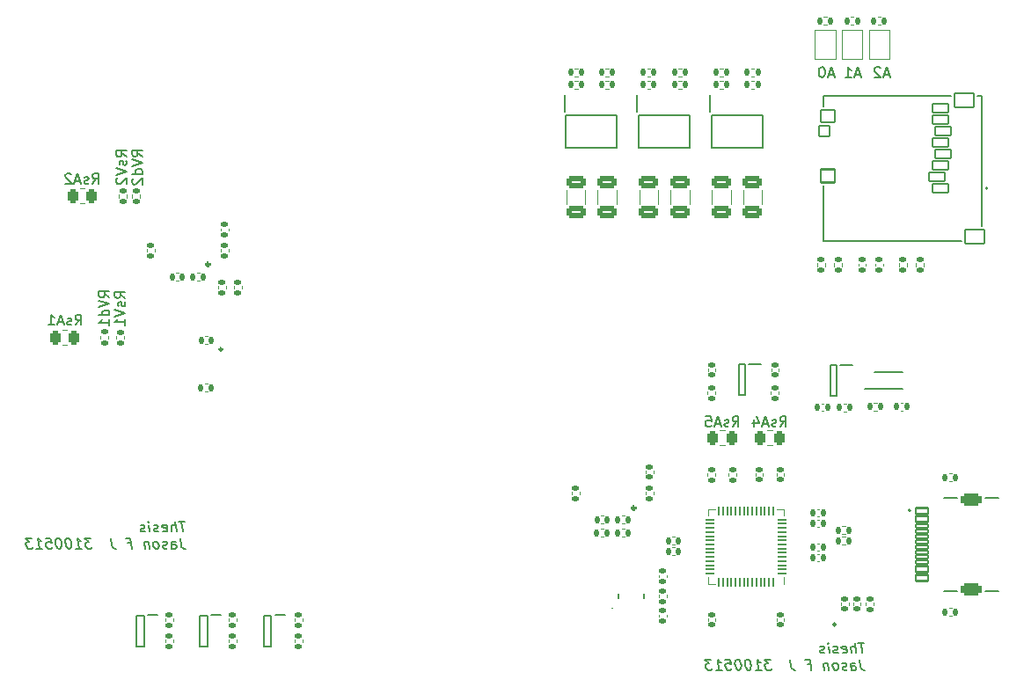
<source format=gbo>
%TF.GenerationSoftware,KiCad,Pcbnew,7.0.10*%
%TF.CreationDate,2024-05-16T19:43:25+02:00*%
%TF.ProjectId,SolarEnergyManager_v1.0,536f6c61-7245-46e6-9572-67794d616e61,rev?*%
%TF.SameCoordinates,Original*%
%TF.FileFunction,Legend,Bot*%
%TF.FilePolarity,Positive*%
%FSLAX46Y46*%
G04 Gerber Fmt 4.6, Leading zero omitted, Abs format (unit mm)*
G04 Created by KiCad (PCBNEW 7.0.10) date 2024-05-16 19:43:25*
%MOMM*%
%LPD*%
G01*
G04 APERTURE LIST*
G04 Aperture macros list*
%AMRoundRect*
0 Rectangle with rounded corners*
0 $1 Rounding radius*
0 $2 $3 $4 $5 $6 $7 $8 $9 X,Y pos of 4 corners*
0 Add a 4 corners polygon primitive as box body*
4,1,4,$2,$3,$4,$5,$6,$7,$8,$9,$2,$3,0*
0 Add four circle primitives for the rounded corners*
1,1,$1+$1,$2,$3*
1,1,$1+$1,$4,$5*
1,1,$1+$1,$6,$7*
1,1,$1+$1,$8,$9*
0 Add four rect primitives between the rounded corners*
20,1,$1+$1,$2,$3,$4,$5,0*
20,1,$1+$1,$4,$5,$6,$7,0*
20,1,$1+$1,$6,$7,$8,$9,0*
20,1,$1+$1,$8,$9,$2,$3,0*%
%AMFreePoly0*
4,1,6,1.000000,0.000000,0.500000,-0.750000,-0.500000,-0.750000,-0.500000,0.750000,0.500000,0.750000,1.000000,0.000000,1.000000,0.000000,$1*%
%AMFreePoly1*
4,1,6,0.500000,-0.750000,-0.650000,-0.750000,-0.150000,0.000000,-0.650000,0.750000,0.500000,0.750000,0.500000,-0.750000,0.500000,-0.750000,$1*%
G04 Aperture macros list end*
%ADD10C,0.150000*%
%ADD11C,0.120000*%
%ADD12C,0.200000*%
%ADD13C,0.250000*%
%ADD14C,0.325000*%
%ADD15C,0.100000*%
%ADD16C,6.400000*%
%ADD17R,1.700000X1.700000*%
%ADD18O,1.700000X1.700000*%
%ADD19R,1.600000X1.600000*%
%ADD20C,1.600000*%
%ADD21C,1.803400*%
%ADD22RoundRect,0.135000X-0.185000X0.135000X-0.185000X-0.135000X0.185000X-0.135000X0.185000X0.135000X0*%
%ADD23R,0.700000X1.525000*%
%ADD24RoundRect,0.135000X0.185000X-0.135000X0.185000X0.135000X-0.185000X0.135000X-0.185000X-0.135000X0*%
%ADD25R,0.300000X0.900000*%
%ADD26R,1.650000X0.250000*%
%ADD27RoundRect,0.135000X0.135000X0.185000X-0.135000X0.185000X-0.135000X-0.185000X0.135000X-0.185000X0*%
%ADD28RoundRect,0.250000X-0.262500X-0.450000X0.262500X-0.450000X0.262500X0.450000X-0.262500X0.450000X0*%
%ADD29RoundRect,0.140000X0.170000X-0.140000X0.170000X0.140000X-0.170000X0.140000X-0.170000X-0.140000X0*%
%ADD30RoundRect,0.140000X-0.140000X-0.170000X0.140000X-0.170000X0.140000X0.170000X-0.140000X0.170000X0*%
%ADD31R,0.350000X0.850000*%
%ADD32R,0.850000X0.350000*%
%ADD33R,2.700000X2.700000*%
%ADD34RoundRect,0.135000X-0.135000X-0.185000X0.135000X-0.185000X0.135000X0.185000X-0.135000X0.185000X0*%
%ADD35RoundRect,0.050000X0.050000X-0.387500X0.050000X0.387500X-0.050000X0.387500X-0.050000X-0.387500X0*%
%ADD36RoundRect,0.050000X0.387500X-0.050000X0.387500X0.050000X-0.387500X0.050000X-0.387500X-0.050000X0*%
%ADD37R,3.200000X3.200000*%
%ADD38RoundRect,0.140000X-0.170000X0.140000X-0.170000X-0.140000X0.170000X-0.140000X0.170000X0.140000X0*%
%ADD39RoundRect,0.250000X0.650000X-0.325000X0.650000X0.325000X-0.650000X0.325000X-0.650000X-0.325000X0*%
%ADD40RoundRect,0.140000X0.140000X0.170000X-0.140000X0.170000X-0.140000X-0.170000X0.140000X-0.170000X0*%
%ADD41R,1.000000X0.700000*%
%ADD42C,0.650000*%
%ADD43RoundRect,0.102000X-0.575000X0.300000X-0.575000X-0.300000X0.575000X-0.300000X0.575000X0.300000X0*%
%ADD44RoundRect,0.102000X-0.575000X0.150000X-0.575000X-0.150000X0.575000X-0.150000X0.575000X0.150000X0*%
%ADD45O,2.304000X1.204000*%
%ADD46RoundRect,0.301000X-0.701000X0.301000X-0.701000X-0.301000X0.701000X-0.301000X0.701000X0.301000X0*%
%ADD47R,1.050000X0.750000*%
%ADD48R,1.050000X1.300000*%
%ADD49RoundRect,0.250000X0.262500X0.450000X-0.262500X0.450000X-0.262500X-0.450000X0.262500X-0.450000X0*%
%ADD50FreePoly0,270.000000*%
%ADD51FreePoly1,270.000000*%
%ADD52R,1.200000X0.600000*%
%ADD53RoundRect,0.102000X-0.950000X0.700000X-0.950000X-0.700000X0.950000X-0.700000X0.950000X0.700000X0*%
%ADD54RoundRect,0.102000X-0.700000X0.600000X-0.700000X-0.600000X0.700000X-0.600000X0.700000X0.600000X0*%
%ADD55RoundRect,0.102000X-0.700000X0.650000X-0.700000X-0.650000X0.700000X-0.650000X0.700000X0.650000X0*%
%ADD56RoundRect,0.102000X-0.750000X0.400000X-0.750000X-0.400000X0.750000X-0.400000X0.750000X0.400000X0*%
%ADD57RoundRect,0.102000X-0.520000X0.500000X-0.520000X-0.500000X0.520000X-0.500000X0.520000X0.500000X0*%
%ADD58R,0.700000X0.300000*%
%ADD59R,1.000000X1.700000*%
G04 APERTURE END LIST*
D10*
X176469731Y-83404104D02*
X175993541Y-83404104D01*
X176564969Y-83689819D02*
X176231636Y-82689819D01*
X176231636Y-82689819D02*
X175898303Y-83689819D01*
X175041160Y-83689819D02*
X175612588Y-83689819D01*
X175326874Y-83689819D02*
X175326874Y-82689819D01*
X175326874Y-82689819D02*
X175422112Y-82832676D01*
X175422112Y-82832676D02*
X175517350Y-82927914D01*
X175517350Y-82927914D02*
X175612588Y-82975533D01*
X173929731Y-83404104D02*
X173453541Y-83404104D01*
X174024969Y-83689819D02*
X173691636Y-82689819D01*
X173691636Y-82689819D02*
X173358303Y-83689819D01*
X172834493Y-82689819D02*
X172739255Y-82689819D01*
X172739255Y-82689819D02*
X172644017Y-82737438D01*
X172644017Y-82737438D02*
X172596398Y-82785057D01*
X172596398Y-82785057D02*
X172548779Y-82880295D01*
X172548779Y-82880295D02*
X172501160Y-83070771D01*
X172501160Y-83070771D02*
X172501160Y-83308866D01*
X172501160Y-83308866D02*
X172548779Y-83499342D01*
X172548779Y-83499342D02*
X172596398Y-83594580D01*
X172596398Y-83594580D02*
X172644017Y-83642200D01*
X172644017Y-83642200D02*
X172739255Y-83689819D01*
X172739255Y-83689819D02*
X172834493Y-83689819D01*
X172834493Y-83689819D02*
X172929731Y-83642200D01*
X172929731Y-83642200D02*
X172977350Y-83594580D01*
X172977350Y-83594580D02*
X173024969Y-83499342D01*
X173024969Y-83499342D02*
X173072588Y-83308866D01*
X173072588Y-83308866D02*
X173072588Y-83070771D01*
X173072588Y-83070771D02*
X173024969Y-82880295D01*
X173024969Y-82880295D02*
X172977350Y-82785057D01*
X172977350Y-82785057D02*
X172929731Y-82737438D01*
X172929731Y-82737438D02*
X172834493Y-82689819D01*
X179263731Y-83404104D02*
X178787541Y-83404104D01*
X179358969Y-83689819D02*
X179025636Y-82689819D01*
X179025636Y-82689819D02*
X178692303Y-83689819D01*
X178406588Y-82785057D02*
X178358969Y-82737438D01*
X178358969Y-82737438D02*
X178263731Y-82689819D01*
X178263731Y-82689819D02*
X178025636Y-82689819D01*
X178025636Y-82689819D02*
X177930398Y-82737438D01*
X177930398Y-82737438D02*
X177882779Y-82785057D01*
X177882779Y-82785057D02*
X177835160Y-82880295D01*
X177835160Y-82880295D02*
X177835160Y-82975533D01*
X177835160Y-82975533D02*
X177882779Y-83118390D01*
X177882779Y-83118390D02*
X178454207Y-83689819D01*
X178454207Y-83689819D02*
X177835160Y-83689819D01*
X176852030Y-138102819D02*
X176280601Y-138102819D01*
X176691316Y-139102819D02*
X176566316Y-138102819D01*
X176072268Y-139102819D02*
X175947268Y-138102819D01*
X175643696Y-139102819D02*
X175578220Y-138579009D01*
X175578220Y-138579009D02*
X175613934Y-138483771D01*
X175613934Y-138483771D02*
X175703220Y-138436152D01*
X175703220Y-138436152D02*
X175846077Y-138436152D01*
X175846077Y-138436152D02*
X175947268Y-138483771D01*
X175947268Y-138483771D02*
X176000839Y-138531390D01*
X174780601Y-139055200D02*
X174881791Y-139102819D01*
X174881791Y-139102819D02*
X175072268Y-139102819D01*
X175072268Y-139102819D02*
X175161553Y-139055200D01*
X175161553Y-139055200D02*
X175197268Y-138959961D01*
X175197268Y-138959961D02*
X175149649Y-138579009D01*
X175149649Y-138579009D02*
X175090125Y-138483771D01*
X175090125Y-138483771D02*
X174988934Y-138436152D01*
X174988934Y-138436152D02*
X174798458Y-138436152D01*
X174798458Y-138436152D02*
X174709172Y-138483771D01*
X174709172Y-138483771D02*
X174673458Y-138579009D01*
X174673458Y-138579009D02*
X174685363Y-138674247D01*
X174685363Y-138674247D02*
X175173458Y-138769485D01*
X174352029Y-139055200D02*
X174262744Y-139102819D01*
X174262744Y-139102819D02*
X174072267Y-139102819D01*
X174072267Y-139102819D02*
X173971077Y-139055200D01*
X173971077Y-139055200D02*
X173911553Y-138959961D01*
X173911553Y-138959961D02*
X173905601Y-138912342D01*
X173905601Y-138912342D02*
X173941315Y-138817104D01*
X173941315Y-138817104D02*
X174030601Y-138769485D01*
X174030601Y-138769485D02*
X174173458Y-138769485D01*
X174173458Y-138769485D02*
X174262744Y-138721866D01*
X174262744Y-138721866D02*
X174298458Y-138626628D01*
X174298458Y-138626628D02*
X174292506Y-138579009D01*
X174292506Y-138579009D02*
X174232982Y-138483771D01*
X174232982Y-138483771D02*
X174131791Y-138436152D01*
X174131791Y-138436152D02*
X173988934Y-138436152D01*
X173988934Y-138436152D02*
X173899648Y-138483771D01*
X173500839Y-139102819D02*
X173417505Y-138436152D01*
X173375839Y-138102819D02*
X173429410Y-138150438D01*
X173429410Y-138150438D02*
X173387743Y-138198057D01*
X173387743Y-138198057D02*
X173334172Y-138150438D01*
X173334172Y-138150438D02*
X173375839Y-138102819D01*
X173375839Y-138102819D02*
X173387743Y-138198057D01*
X173066315Y-139055200D02*
X172977030Y-139102819D01*
X172977030Y-139102819D02*
X172786553Y-139102819D01*
X172786553Y-139102819D02*
X172685363Y-139055200D01*
X172685363Y-139055200D02*
X172625839Y-138959961D01*
X172625839Y-138959961D02*
X172619887Y-138912342D01*
X172619887Y-138912342D02*
X172655601Y-138817104D01*
X172655601Y-138817104D02*
X172744887Y-138769485D01*
X172744887Y-138769485D02*
X172887744Y-138769485D01*
X172887744Y-138769485D02*
X172977030Y-138721866D01*
X172977030Y-138721866D02*
X173012744Y-138626628D01*
X173012744Y-138626628D02*
X173006792Y-138579009D01*
X173006792Y-138579009D02*
X172947268Y-138483771D01*
X172947268Y-138483771D02*
X172846077Y-138436152D01*
X172846077Y-138436152D02*
X172703220Y-138436152D01*
X172703220Y-138436152D02*
X172613934Y-138483771D01*
X176423458Y-139712819D02*
X176512744Y-140427104D01*
X176512744Y-140427104D02*
X176578220Y-140569961D01*
X176578220Y-140569961D02*
X176685363Y-140665200D01*
X176685363Y-140665200D02*
X176834173Y-140712819D01*
X176834173Y-140712819D02*
X176929411Y-140712819D01*
X175643696Y-140712819D02*
X175578220Y-140189009D01*
X175578220Y-140189009D02*
X175613934Y-140093771D01*
X175613934Y-140093771D02*
X175703220Y-140046152D01*
X175703220Y-140046152D02*
X175893696Y-140046152D01*
X175893696Y-140046152D02*
X175994887Y-140093771D01*
X175637744Y-140665200D02*
X175738934Y-140712819D01*
X175738934Y-140712819D02*
X175977030Y-140712819D01*
X175977030Y-140712819D02*
X176066315Y-140665200D01*
X176066315Y-140665200D02*
X176102030Y-140569961D01*
X176102030Y-140569961D02*
X176090125Y-140474723D01*
X176090125Y-140474723D02*
X176030601Y-140379485D01*
X176030601Y-140379485D02*
X175929411Y-140331866D01*
X175929411Y-140331866D02*
X175691315Y-140331866D01*
X175691315Y-140331866D02*
X175590125Y-140284247D01*
X175209172Y-140665200D02*
X175119887Y-140712819D01*
X175119887Y-140712819D02*
X174929410Y-140712819D01*
X174929410Y-140712819D02*
X174828220Y-140665200D01*
X174828220Y-140665200D02*
X174768696Y-140569961D01*
X174768696Y-140569961D02*
X174762744Y-140522342D01*
X174762744Y-140522342D02*
X174798458Y-140427104D01*
X174798458Y-140427104D02*
X174887744Y-140379485D01*
X174887744Y-140379485D02*
X175030601Y-140379485D01*
X175030601Y-140379485D02*
X175119887Y-140331866D01*
X175119887Y-140331866D02*
X175155601Y-140236628D01*
X175155601Y-140236628D02*
X175149649Y-140189009D01*
X175149649Y-140189009D02*
X175090125Y-140093771D01*
X175090125Y-140093771D02*
X174988934Y-140046152D01*
X174988934Y-140046152D02*
X174846077Y-140046152D01*
X174846077Y-140046152D02*
X174756791Y-140093771D01*
X174215125Y-140712819D02*
X174304410Y-140665200D01*
X174304410Y-140665200D02*
X174346077Y-140617580D01*
X174346077Y-140617580D02*
X174381791Y-140522342D01*
X174381791Y-140522342D02*
X174346077Y-140236628D01*
X174346077Y-140236628D02*
X174286553Y-140141390D01*
X174286553Y-140141390D02*
X174232982Y-140093771D01*
X174232982Y-140093771D02*
X174131791Y-140046152D01*
X174131791Y-140046152D02*
X173988934Y-140046152D01*
X173988934Y-140046152D02*
X173899648Y-140093771D01*
X173899648Y-140093771D02*
X173857982Y-140141390D01*
X173857982Y-140141390D02*
X173822267Y-140236628D01*
X173822267Y-140236628D02*
X173857982Y-140522342D01*
X173857982Y-140522342D02*
X173917505Y-140617580D01*
X173917505Y-140617580D02*
X173971077Y-140665200D01*
X173971077Y-140665200D02*
X174072267Y-140712819D01*
X174072267Y-140712819D02*
X174215125Y-140712819D01*
X173369886Y-140046152D02*
X173453220Y-140712819D01*
X173381791Y-140141390D02*
X173328220Y-140093771D01*
X173328220Y-140093771D02*
X173227029Y-140046152D01*
X173227029Y-140046152D02*
X173084172Y-140046152D01*
X173084172Y-140046152D02*
X172994886Y-140093771D01*
X172994886Y-140093771D02*
X172959172Y-140189009D01*
X172959172Y-140189009D02*
X173024648Y-140712819D01*
X171387743Y-140189009D02*
X171721076Y-140189009D01*
X171786553Y-140712819D02*
X171661553Y-139712819D01*
X171661553Y-139712819D02*
X171185362Y-139712819D01*
X169756790Y-139712819D02*
X169846076Y-140427104D01*
X169846076Y-140427104D02*
X169911552Y-140569961D01*
X169911552Y-140569961D02*
X170018695Y-140665200D01*
X170018695Y-140665200D02*
X170167505Y-140712819D01*
X170167505Y-140712819D02*
X170262743Y-140712819D01*
X167852028Y-139712819D02*
X167232980Y-139712819D01*
X167232980Y-139712819D02*
X167613933Y-140093771D01*
X167613933Y-140093771D02*
X167471075Y-140093771D01*
X167471075Y-140093771D02*
X167381790Y-140141390D01*
X167381790Y-140141390D02*
X167340123Y-140189009D01*
X167340123Y-140189009D02*
X167304409Y-140284247D01*
X167304409Y-140284247D02*
X167334171Y-140522342D01*
X167334171Y-140522342D02*
X167393694Y-140617580D01*
X167393694Y-140617580D02*
X167447266Y-140665200D01*
X167447266Y-140665200D02*
X167548456Y-140712819D01*
X167548456Y-140712819D02*
X167834171Y-140712819D01*
X167834171Y-140712819D02*
X167923456Y-140665200D01*
X167923456Y-140665200D02*
X167965123Y-140617580D01*
X166405599Y-140712819D02*
X166977028Y-140712819D01*
X166691313Y-140712819D02*
X166566313Y-139712819D01*
X166566313Y-139712819D02*
X166679409Y-139855676D01*
X166679409Y-139855676D02*
X166786552Y-139950914D01*
X166786552Y-139950914D02*
X166887742Y-139998533D01*
X165661551Y-139712819D02*
X165566313Y-139712819D01*
X165566313Y-139712819D02*
X165477028Y-139760438D01*
X165477028Y-139760438D02*
X165435361Y-139808057D01*
X165435361Y-139808057D02*
X165399647Y-139903295D01*
X165399647Y-139903295D02*
X165375837Y-140093771D01*
X165375837Y-140093771D02*
X165405599Y-140331866D01*
X165405599Y-140331866D02*
X165477028Y-140522342D01*
X165477028Y-140522342D02*
X165536551Y-140617580D01*
X165536551Y-140617580D02*
X165590123Y-140665200D01*
X165590123Y-140665200D02*
X165691313Y-140712819D01*
X165691313Y-140712819D02*
X165786551Y-140712819D01*
X165786551Y-140712819D02*
X165875837Y-140665200D01*
X165875837Y-140665200D02*
X165917504Y-140617580D01*
X165917504Y-140617580D02*
X165953218Y-140522342D01*
X165953218Y-140522342D02*
X165977028Y-140331866D01*
X165977028Y-140331866D02*
X165947266Y-140093771D01*
X165947266Y-140093771D02*
X165875837Y-139903295D01*
X165875837Y-139903295D02*
X165816313Y-139808057D01*
X165816313Y-139808057D02*
X165762742Y-139760438D01*
X165762742Y-139760438D02*
X165661551Y-139712819D01*
X164709170Y-139712819D02*
X164613932Y-139712819D01*
X164613932Y-139712819D02*
X164524647Y-139760438D01*
X164524647Y-139760438D02*
X164482980Y-139808057D01*
X164482980Y-139808057D02*
X164447266Y-139903295D01*
X164447266Y-139903295D02*
X164423456Y-140093771D01*
X164423456Y-140093771D02*
X164453218Y-140331866D01*
X164453218Y-140331866D02*
X164524647Y-140522342D01*
X164524647Y-140522342D02*
X164584170Y-140617580D01*
X164584170Y-140617580D02*
X164637742Y-140665200D01*
X164637742Y-140665200D02*
X164738932Y-140712819D01*
X164738932Y-140712819D02*
X164834170Y-140712819D01*
X164834170Y-140712819D02*
X164923456Y-140665200D01*
X164923456Y-140665200D02*
X164965123Y-140617580D01*
X164965123Y-140617580D02*
X165000837Y-140522342D01*
X165000837Y-140522342D02*
X165024647Y-140331866D01*
X165024647Y-140331866D02*
X164994885Y-140093771D01*
X164994885Y-140093771D02*
X164923456Y-139903295D01*
X164923456Y-139903295D02*
X164863932Y-139808057D01*
X164863932Y-139808057D02*
X164810361Y-139760438D01*
X164810361Y-139760438D02*
X164709170Y-139712819D01*
X163471075Y-139712819D02*
X163947266Y-139712819D01*
X163947266Y-139712819D02*
X164054409Y-140189009D01*
X164054409Y-140189009D02*
X164000837Y-140141390D01*
X164000837Y-140141390D02*
X163899647Y-140093771D01*
X163899647Y-140093771D02*
X163661551Y-140093771D01*
X163661551Y-140093771D02*
X163572266Y-140141390D01*
X163572266Y-140141390D02*
X163530599Y-140189009D01*
X163530599Y-140189009D02*
X163494885Y-140284247D01*
X163494885Y-140284247D02*
X163524647Y-140522342D01*
X163524647Y-140522342D02*
X163584170Y-140617580D01*
X163584170Y-140617580D02*
X163637742Y-140665200D01*
X163637742Y-140665200D02*
X163738932Y-140712819D01*
X163738932Y-140712819D02*
X163977028Y-140712819D01*
X163977028Y-140712819D02*
X164066313Y-140665200D01*
X164066313Y-140665200D02*
X164107980Y-140617580D01*
X162596075Y-140712819D02*
X163167504Y-140712819D01*
X162881789Y-140712819D02*
X162756789Y-139712819D01*
X162756789Y-139712819D02*
X162869885Y-139855676D01*
X162869885Y-139855676D02*
X162977028Y-139950914D01*
X162977028Y-139950914D02*
X163078218Y-139998533D01*
X162137742Y-139712819D02*
X161518694Y-139712819D01*
X161518694Y-139712819D02*
X161899647Y-140093771D01*
X161899647Y-140093771D02*
X161756789Y-140093771D01*
X161756789Y-140093771D02*
X161667504Y-140141390D01*
X161667504Y-140141390D02*
X161625837Y-140189009D01*
X161625837Y-140189009D02*
X161590123Y-140284247D01*
X161590123Y-140284247D02*
X161619885Y-140522342D01*
X161619885Y-140522342D02*
X161679408Y-140617580D01*
X161679408Y-140617580D02*
X161732980Y-140665200D01*
X161732980Y-140665200D02*
X161834170Y-140712819D01*
X161834170Y-140712819D02*
X162119885Y-140712819D01*
X162119885Y-140712819D02*
X162209170Y-140665200D01*
X162209170Y-140665200D02*
X162250837Y-140617580D01*
X111447030Y-126418819D02*
X110875601Y-126418819D01*
X111286316Y-127418819D02*
X111161316Y-126418819D01*
X110667268Y-127418819D02*
X110542268Y-126418819D01*
X110238696Y-127418819D02*
X110173220Y-126895009D01*
X110173220Y-126895009D02*
X110208934Y-126799771D01*
X110208934Y-126799771D02*
X110298220Y-126752152D01*
X110298220Y-126752152D02*
X110441077Y-126752152D01*
X110441077Y-126752152D02*
X110542268Y-126799771D01*
X110542268Y-126799771D02*
X110595839Y-126847390D01*
X109375601Y-127371200D02*
X109476791Y-127418819D01*
X109476791Y-127418819D02*
X109667268Y-127418819D01*
X109667268Y-127418819D02*
X109756553Y-127371200D01*
X109756553Y-127371200D02*
X109792268Y-127275961D01*
X109792268Y-127275961D02*
X109744649Y-126895009D01*
X109744649Y-126895009D02*
X109685125Y-126799771D01*
X109685125Y-126799771D02*
X109583934Y-126752152D01*
X109583934Y-126752152D02*
X109393458Y-126752152D01*
X109393458Y-126752152D02*
X109304172Y-126799771D01*
X109304172Y-126799771D02*
X109268458Y-126895009D01*
X109268458Y-126895009D02*
X109280363Y-126990247D01*
X109280363Y-126990247D02*
X109768458Y-127085485D01*
X108947029Y-127371200D02*
X108857744Y-127418819D01*
X108857744Y-127418819D02*
X108667267Y-127418819D01*
X108667267Y-127418819D02*
X108566077Y-127371200D01*
X108566077Y-127371200D02*
X108506553Y-127275961D01*
X108506553Y-127275961D02*
X108500601Y-127228342D01*
X108500601Y-127228342D02*
X108536315Y-127133104D01*
X108536315Y-127133104D02*
X108625601Y-127085485D01*
X108625601Y-127085485D02*
X108768458Y-127085485D01*
X108768458Y-127085485D02*
X108857744Y-127037866D01*
X108857744Y-127037866D02*
X108893458Y-126942628D01*
X108893458Y-126942628D02*
X108887506Y-126895009D01*
X108887506Y-126895009D02*
X108827982Y-126799771D01*
X108827982Y-126799771D02*
X108726791Y-126752152D01*
X108726791Y-126752152D02*
X108583934Y-126752152D01*
X108583934Y-126752152D02*
X108494648Y-126799771D01*
X108095839Y-127418819D02*
X108012505Y-126752152D01*
X107970839Y-126418819D02*
X108024410Y-126466438D01*
X108024410Y-126466438D02*
X107982743Y-126514057D01*
X107982743Y-126514057D02*
X107929172Y-126466438D01*
X107929172Y-126466438D02*
X107970839Y-126418819D01*
X107970839Y-126418819D02*
X107982743Y-126514057D01*
X107661315Y-127371200D02*
X107572030Y-127418819D01*
X107572030Y-127418819D02*
X107381553Y-127418819D01*
X107381553Y-127418819D02*
X107280363Y-127371200D01*
X107280363Y-127371200D02*
X107220839Y-127275961D01*
X107220839Y-127275961D02*
X107214887Y-127228342D01*
X107214887Y-127228342D02*
X107250601Y-127133104D01*
X107250601Y-127133104D02*
X107339887Y-127085485D01*
X107339887Y-127085485D02*
X107482744Y-127085485D01*
X107482744Y-127085485D02*
X107572030Y-127037866D01*
X107572030Y-127037866D02*
X107607744Y-126942628D01*
X107607744Y-126942628D02*
X107601792Y-126895009D01*
X107601792Y-126895009D02*
X107542268Y-126799771D01*
X107542268Y-126799771D02*
X107441077Y-126752152D01*
X107441077Y-126752152D02*
X107298220Y-126752152D01*
X107298220Y-126752152D02*
X107208934Y-126799771D01*
X111018458Y-128028819D02*
X111107744Y-128743104D01*
X111107744Y-128743104D02*
X111173220Y-128885961D01*
X111173220Y-128885961D02*
X111280363Y-128981200D01*
X111280363Y-128981200D02*
X111429173Y-129028819D01*
X111429173Y-129028819D02*
X111524411Y-129028819D01*
X110238696Y-129028819D02*
X110173220Y-128505009D01*
X110173220Y-128505009D02*
X110208934Y-128409771D01*
X110208934Y-128409771D02*
X110298220Y-128362152D01*
X110298220Y-128362152D02*
X110488696Y-128362152D01*
X110488696Y-128362152D02*
X110589887Y-128409771D01*
X110232744Y-128981200D02*
X110333934Y-129028819D01*
X110333934Y-129028819D02*
X110572030Y-129028819D01*
X110572030Y-129028819D02*
X110661315Y-128981200D01*
X110661315Y-128981200D02*
X110697030Y-128885961D01*
X110697030Y-128885961D02*
X110685125Y-128790723D01*
X110685125Y-128790723D02*
X110625601Y-128695485D01*
X110625601Y-128695485D02*
X110524411Y-128647866D01*
X110524411Y-128647866D02*
X110286315Y-128647866D01*
X110286315Y-128647866D02*
X110185125Y-128600247D01*
X109804172Y-128981200D02*
X109714887Y-129028819D01*
X109714887Y-129028819D02*
X109524410Y-129028819D01*
X109524410Y-129028819D02*
X109423220Y-128981200D01*
X109423220Y-128981200D02*
X109363696Y-128885961D01*
X109363696Y-128885961D02*
X109357744Y-128838342D01*
X109357744Y-128838342D02*
X109393458Y-128743104D01*
X109393458Y-128743104D02*
X109482744Y-128695485D01*
X109482744Y-128695485D02*
X109625601Y-128695485D01*
X109625601Y-128695485D02*
X109714887Y-128647866D01*
X109714887Y-128647866D02*
X109750601Y-128552628D01*
X109750601Y-128552628D02*
X109744649Y-128505009D01*
X109744649Y-128505009D02*
X109685125Y-128409771D01*
X109685125Y-128409771D02*
X109583934Y-128362152D01*
X109583934Y-128362152D02*
X109441077Y-128362152D01*
X109441077Y-128362152D02*
X109351791Y-128409771D01*
X108810125Y-129028819D02*
X108899410Y-128981200D01*
X108899410Y-128981200D02*
X108941077Y-128933580D01*
X108941077Y-128933580D02*
X108976791Y-128838342D01*
X108976791Y-128838342D02*
X108941077Y-128552628D01*
X108941077Y-128552628D02*
X108881553Y-128457390D01*
X108881553Y-128457390D02*
X108827982Y-128409771D01*
X108827982Y-128409771D02*
X108726791Y-128362152D01*
X108726791Y-128362152D02*
X108583934Y-128362152D01*
X108583934Y-128362152D02*
X108494648Y-128409771D01*
X108494648Y-128409771D02*
X108452982Y-128457390D01*
X108452982Y-128457390D02*
X108417267Y-128552628D01*
X108417267Y-128552628D02*
X108452982Y-128838342D01*
X108452982Y-128838342D02*
X108512505Y-128933580D01*
X108512505Y-128933580D02*
X108566077Y-128981200D01*
X108566077Y-128981200D02*
X108667267Y-129028819D01*
X108667267Y-129028819D02*
X108810125Y-129028819D01*
X107964886Y-128362152D02*
X108048220Y-129028819D01*
X107976791Y-128457390D02*
X107923220Y-128409771D01*
X107923220Y-128409771D02*
X107822029Y-128362152D01*
X107822029Y-128362152D02*
X107679172Y-128362152D01*
X107679172Y-128362152D02*
X107589886Y-128409771D01*
X107589886Y-128409771D02*
X107554172Y-128505009D01*
X107554172Y-128505009D02*
X107619648Y-129028819D01*
X105982743Y-128505009D02*
X106316076Y-128505009D01*
X106381553Y-129028819D02*
X106256553Y-128028819D01*
X106256553Y-128028819D02*
X105780362Y-128028819D01*
X104351790Y-128028819D02*
X104441076Y-128743104D01*
X104441076Y-128743104D02*
X104506552Y-128885961D01*
X104506552Y-128885961D02*
X104613695Y-128981200D01*
X104613695Y-128981200D02*
X104762505Y-129028819D01*
X104762505Y-129028819D02*
X104857743Y-129028819D01*
X102447028Y-128028819D02*
X101827980Y-128028819D01*
X101827980Y-128028819D02*
X102208933Y-128409771D01*
X102208933Y-128409771D02*
X102066075Y-128409771D01*
X102066075Y-128409771D02*
X101976790Y-128457390D01*
X101976790Y-128457390D02*
X101935123Y-128505009D01*
X101935123Y-128505009D02*
X101899409Y-128600247D01*
X101899409Y-128600247D02*
X101929171Y-128838342D01*
X101929171Y-128838342D02*
X101988694Y-128933580D01*
X101988694Y-128933580D02*
X102042266Y-128981200D01*
X102042266Y-128981200D02*
X102143456Y-129028819D01*
X102143456Y-129028819D02*
X102429171Y-129028819D01*
X102429171Y-129028819D02*
X102518456Y-128981200D01*
X102518456Y-128981200D02*
X102560123Y-128933580D01*
X101000599Y-129028819D02*
X101572028Y-129028819D01*
X101286313Y-129028819D02*
X101161313Y-128028819D01*
X101161313Y-128028819D02*
X101274409Y-128171676D01*
X101274409Y-128171676D02*
X101381552Y-128266914D01*
X101381552Y-128266914D02*
X101482742Y-128314533D01*
X100256551Y-128028819D02*
X100161313Y-128028819D01*
X100161313Y-128028819D02*
X100072028Y-128076438D01*
X100072028Y-128076438D02*
X100030361Y-128124057D01*
X100030361Y-128124057D02*
X99994647Y-128219295D01*
X99994647Y-128219295D02*
X99970837Y-128409771D01*
X99970837Y-128409771D02*
X100000599Y-128647866D01*
X100000599Y-128647866D02*
X100072028Y-128838342D01*
X100072028Y-128838342D02*
X100131551Y-128933580D01*
X100131551Y-128933580D02*
X100185123Y-128981200D01*
X100185123Y-128981200D02*
X100286313Y-129028819D01*
X100286313Y-129028819D02*
X100381551Y-129028819D01*
X100381551Y-129028819D02*
X100470837Y-128981200D01*
X100470837Y-128981200D02*
X100512504Y-128933580D01*
X100512504Y-128933580D02*
X100548218Y-128838342D01*
X100548218Y-128838342D02*
X100572028Y-128647866D01*
X100572028Y-128647866D02*
X100542266Y-128409771D01*
X100542266Y-128409771D02*
X100470837Y-128219295D01*
X100470837Y-128219295D02*
X100411313Y-128124057D01*
X100411313Y-128124057D02*
X100357742Y-128076438D01*
X100357742Y-128076438D02*
X100256551Y-128028819D01*
X99304170Y-128028819D02*
X99208932Y-128028819D01*
X99208932Y-128028819D02*
X99119647Y-128076438D01*
X99119647Y-128076438D02*
X99077980Y-128124057D01*
X99077980Y-128124057D02*
X99042266Y-128219295D01*
X99042266Y-128219295D02*
X99018456Y-128409771D01*
X99018456Y-128409771D02*
X99048218Y-128647866D01*
X99048218Y-128647866D02*
X99119647Y-128838342D01*
X99119647Y-128838342D02*
X99179170Y-128933580D01*
X99179170Y-128933580D02*
X99232742Y-128981200D01*
X99232742Y-128981200D02*
X99333932Y-129028819D01*
X99333932Y-129028819D02*
X99429170Y-129028819D01*
X99429170Y-129028819D02*
X99518456Y-128981200D01*
X99518456Y-128981200D02*
X99560123Y-128933580D01*
X99560123Y-128933580D02*
X99595837Y-128838342D01*
X99595837Y-128838342D02*
X99619647Y-128647866D01*
X99619647Y-128647866D02*
X99589885Y-128409771D01*
X99589885Y-128409771D02*
X99518456Y-128219295D01*
X99518456Y-128219295D02*
X99458932Y-128124057D01*
X99458932Y-128124057D02*
X99405361Y-128076438D01*
X99405361Y-128076438D02*
X99304170Y-128028819D01*
X98066075Y-128028819D02*
X98542266Y-128028819D01*
X98542266Y-128028819D02*
X98649409Y-128505009D01*
X98649409Y-128505009D02*
X98595837Y-128457390D01*
X98595837Y-128457390D02*
X98494647Y-128409771D01*
X98494647Y-128409771D02*
X98256551Y-128409771D01*
X98256551Y-128409771D02*
X98167266Y-128457390D01*
X98167266Y-128457390D02*
X98125599Y-128505009D01*
X98125599Y-128505009D02*
X98089885Y-128600247D01*
X98089885Y-128600247D02*
X98119647Y-128838342D01*
X98119647Y-128838342D02*
X98179170Y-128933580D01*
X98179170Y-128933580D02*
X98232742Y-128981200D01*
X98232742Y-128981200D02*
X98333932Y-129028819D01*
X98333932Y-129028819D02*
X98572028Y-129028819D01*
X98572028Y-129028819D02*
X98661313Y-128981200D01*
X98661313Y-128981200D02*
X98702980Y-128933580D01*
X97191075Y-129028819D02*
X97762504Y-129028819D01*
X97476789Y-129028819D02*
X97351789Y-128028819D01*
X97351789Y-128028819D02*
X97464885Y-128171676D01*
X97464885Y-128171676D02*
X97572028Y-128266914D01*
X97572028Y-128266914D02*
X97673218Y-128314533D01*
X96732742Y-128028819D02*
X96113694Y-128028819D01*
X96113694Y-128028819D02*
X96494647Y-128409771D01*
X96494647Y-128409771D02*
X96351789Y-128409771D01*
X96351789Y-128409771D02*
X96262504Y-128457390D01*
X96262504Y-128457390D02*
X96220837Y-128505009D01*
X96220837Y-128505009D02*
X96185123Y-128600247D01*
X96185123Y-128600247D02*
X96214885Y-128838342D01*
X96214885Y-128838342D02*
X96274408Y-128933580D01*
X96274408Y-128933580D02*
X96327980Y-128981200D01*
X96327980Y-128981200D02*
X96429170Y-129028819D01*
X96429170Y-129028819D02*
X96714885Y-129028819D01*
X96714885Y-129028819D02*
X96804170Y-128981200D01*
X96804170Y-128981200D02*
X96845837Y-128933580D01*
X107388819Y-91281380D02*
X106912628Y-90948047D01*
X107388819Y-90709952D02*
X106388819Y-90709952D01*
X106388819Y-90709952D02*
X106388819Y-91090904D01*
X106388819Y-91090904D02*
X106436438Y-91186142D01*
X106436438Y-91186142D02*
X106484057Y-91233761D01*
X106484057Y-91233761D02*
X106579295Y-91281380D01*
X106579295Y-91281380D02*
X106722152Y-91281380D01*
X106722152Y-91281380D02*
X106817390Y-91233761D01*
X106817390Y-91233761D02*
X106865009Y-91186142D01*
X106865009Y-91186142D02*
X106912628Y-91090904D01*
X106912628Y-91090904D02*
X106912628Y-90709952D01*
X106388819Y-91567095D02*
X107388819Y-91900428D01*
X107388819Y-91900428D02*
X106388819Y-92233761D01*
X107388819Y-92995666D02*
X106388819Y-92995666D01*
X107341200Y-92995666D02*
X107388819Y-92900428D01*
X107388819Y-92900428D02*
X107388819Y-92709952D01*
X107388819Y-92709952D02*
X107341200Y-92614714D01*
X107341200Y-92614714D02*
X107293580Y-92567095D01*
X107293580Y-92567095D02*
X107198342Y-92519476D01*
X107198342Y-92519476D02*
X106912628Y-92519476D01*
X106912628Y-92519476D02*
X106817390Y-92567095D01*
X106817390Y-92567095D02*
X106769771Y-92614714D01*
X106769771Y-92614714D02*
X106722152Y-92709952D01*
X106722152Y-92709952D02*
X106722152Y-92900428D01*
X106722152Y-92900428D02*
X106769771Y-92995666D01*
X106484057Y-93424238D02*
X106436438Y-93471857D01*
X106436438Y-93471857D02*
X106388819Y-93567095D01*
X106388819Y-93567095D02*
X106388819Y-93805190D01*
X106388819Y-93805190D02*
X106436438Y-93900428D01*
X106436438Y-93900428D02*
X106484057Y-93948047D01*
X106484057Y-93948047D02*
X106579295Y-93995666D01*
X106579295Y-93995666D02*
X106674533Y-93995666D01*
X106674533Y-93995666D02*
X106817390Y-93948047D01*
X106817390Y-93948047D02*
X107388819Y-93376619D01*
X107388819Y-93376619D02*
X107388819Y-93995666D01*
X105864819Y-91328999D02*
X105388628Y-90995666D01*
X105864819Y-90757571D02*
X104864819Y-90757571D01*
X104864819Y-90757571D02*
X104864819Y-91138523D01*
X104864819Y-91138523D02*
X104912438Y-91233761D01*
X104912438Y-91233761D02*
X104960057Y-91281380D01*
X104960057Y-91281380D02*
X105055295Y-91328999D01*
X105055295Y-91328999D02*
X105198152Y-91328999D01*
X105198152Y-91328999D02*
X105293390Y-91281380D01*
X105293390Y-91281380D02*
X105341009Y-91233761D01*
X105341009Y-91233761D02*
X105388628Y-91138523D01*
X105388628Y-91138523D02*
X105388628Y-90757571D01*
X105817200Y-91709952D02*
X105864819Y-91805190D01*
X105864819Y-91805190D02*
X105864819Y-91995666D01*
X105864819Y-91995666D02*
X105817200Y-92090904D01*
X105817200Y-92090904D02*
X105721961Y-92138523D01*
X105721961Y-92138523D02*
X105674342Y-92138523D01*
X105674342Y-92138523D02*
X105579104Y-92090904D01*
X105579104Y-92090904D02*
X105531485Y-91995666D01*
X105531485Y-91995666D02*
X105531485Y-91852809D01*
X105531485Y-91852809D02*
X105483866Y-91757571D01*
X105483866Y-91757571D02*
X105388628Y-91709952D01*
X105388628Y-91709952D02*
X105341009Y-91709952D01*
X105341009Y-91709952D02*
X105245771Y-91757571D01*
X105245771Y-91757571D02*
X105198152Y-91852809D01*
X105198152Y-91852809D02*
X105198152Y-91995666D01*
X105198152Y-91995666D02*
X105245771Y-92090904D01*
X104864819Y-92424238D02*
X105864819Y-92757571D01*
X105864819Y-92757571D02*
X104864819Y-93090904D01*
X104960057Y-93376619D02*
X104912438Y-93424238D01*
X104912438Y-93424238D02*
X104864819Y-93519476D01*
X104864819Y-93519476D02*
X104864819Y-93757571D01*
X104864819Y-93757571D02*
X104912438Y-93852809D01*
X104912438Y-93852809D02*
X104960057Y-93900428D01*
X104960057Y-93900428D02*
X105055295Y-93948047D01*
X105055295Y-93948047D02*
X105150533Y-93948047D01*
X105150533Y-93948047D02*
X105293390Y-93900428D01*
X105293390Y-93900428D02*
X105864819Y-93329000D01*
X105864819Y-93329000D02*
X105864819Y-93948047D01*
X102600000Y-93926819D02*
X102933333Y-93450628D01*
X103171428Y-93926819D02*
X103171428Y-92926819D01*
X103171428Y-92926819D02*
X102790476Y-92926819D01*
X102790476Y-92926819D02*
X102695238Y-92974438D01*
X102695238Y-92974438D02*
X102647619Y-93022057D01*
X102647619Y-93022057D02*
X102600000Y-93117295D01*
X102600000Y-93117295D02*
X102600000Y-93260152D01*
X102600000Y-93260152D02*
X102647619Y-93355390D01*
X102647619Y-93355390D02*
X102695238Y-93403009D01*
X102695238Y-93403009D02*
X102790476Y-93450628D01*
X102790476Y-93450628D02*
X103171428Y-93450628D01*
X102219047Y-93879200D02*
X102123809Y-93926819D01*
X102123809Y-93926819D02*
X101933333Y-93926819D01*
X101933333Y-93926819D02*
X101838095Y-93879200D01*
X101838095Y-93879200D02*
X101790476Y-93783961D01*
X101790476Y-93783961D02*
X101790476Y-93736342D01*
X101790476Y-93736342D02*
X101838095Y-93641104D01*
X101838095Y-93641104D02*
X101933333Y-93593485D01*
X101933333Y-93593485D02*
X102076190Y-93593485D01*
X102076190Y-93593485D02*
X102171428Y-93545866D01*
X102171428Y-93545866D02*
X102219047Y-93450628D01*
X102219047Y-93450628D02*
X102219047Y-93403009D01*
X102219047Y-93403009D02*
X102171428Y-93307771D01*
X102171428Y-93307771D02*
X102076190Y-93260152D01*
X102076190Y-93260152D02*
X101933333Y-93260152D01*
X101933333Y-93260152D02*
X101838095Y-93307771D01*
X101409523Y-93641104D02*
X100933333Y-93641104D01*
X101504761Y-93926819D02*
X101171428Y-92926819D01*
X101171428Y-92926819D02*
X100838095Y-93926819D01*
X100552380Y-93022057D02*
X100504761Y-92974438D01*
X100504761Y-92974438D02*
X100409523Y-92926819D01*
X100409523Y-92926819D02*
X100171428Y-92926819D01*
X100171428Y-92926819D02*
X100076190Y-92974438D01*
X100076190Y-92974438D02*
X100028571Y-93022057D01*
X100028571Y-93022057D02*
X99980952Y-93117295D01*
X99980952Y-93117295D02*
X99980952Y-93212533D01*
X99980952Y-93212533D02*
X100028571Y-93355390D01*
X100028571Y-93355390D02*
X100599999Y-93926819D01*
X100599999Y-93926819D02*
X99980952Y-93926819D01*
X105737819Y-104917999D02*
X105261628Y-104584666D01*
X105737819Y-104346571D02*
X104737819Y-104346571D01*
X104737819Y-104346571D02*
X104737819Y-104727523D01*
X104737819Y-104727523D02*
X104785438Y-104822761D01*
X104785438Y-104822761D02*
X104833057Y-104870380D01*
X104833057Y-104870380D02*
X104928295Y-104917999D01*
X104928295Y-104917999D02*
X105071152Y-104917999D01*
X105071152Y-104917999D02*
X105166390Y-104870380D01*
X105166390Y-104870380D02*
X105214009Y-104822761D01*
X105214009Y-104822761D02*
X105261628Y-104727523D01*
X105261628Y-104727523D02*
X105261628Y-104346571D01*
X105690200Y-105298952D02*
X105737819Y-105394190D01*
X105737819Y-105394190D02*
X105737819Y-105584666D01*
X105737819Y-105584666D02*
X105690200Y-105679904D01*
X105690200Y-105679904D02*
X105594961Y-105727523D01*
X105594961Y-105727523D02*
X105547342Y-105727523D01*
X105547342Y-105727523D02*
X105452104Y-105679904D01*
X105452104Y-105679904D02*
X105404485Y-105584666D01*
X105404485Y-105584666D02*
X105404485Y-105441809D01*
X105404485Y-105441809D02*
X105356866Y-105346571D01*
X105356866Y-105346571D02*
X105261628Y-105298952D01*
X105261628Y-105298952D02*
X105214009Y-105298952D01*
X105214009Y-105298952D02*
X105118771Y-105346571D01*
X105118771Y-105346571D02*
X105071152Y-105441809D01*
X105071152Y-105441809D02*
X105071152Y-105584666D01*
X105071152Y-105584666D02*
X105118771Y-105679904D01*
X104737819Y-106013238D02*
X105737819Y-106346571D01*
X105737819Y-106346571D02*
X104737819Y-106679904D01*
X105737819Y-107537047D02*
X105737819Y-106965619D01*
X105737819Y-107251333D02*
X104737819Y-107251333D01*
X104737819Y-107251333D02*
X104880676Y-107156095D01*
X104880676Y-107156095D02*
X104975914Y-107060857D01*
X104975914Y-107060857D02*
X105023533Y-106965619D01*
X168767000Y-117294819D02*
X169100333Y-116818628D01*
X169338428Y-117294819D02*
X169338428Y-116294819D01*
X169338428Y-116294819D02*
X168957476Y-116294819D01*
X168957476Y-116294819D02*
X168862238Y-116342438D01*
X168862238Y-116342438D02*
X168814619Y-116390057D01*
X168814619Y-116390057D02*
X168767000Y-116485295D01*
X168767000Y-116485295D02*
X168767000Y-116628152D01*
X168767000Y-116628152D02*
X168814619Y-116723390D01*
X168814619Y-116723390D02*
X168862238Y-116771009D01*
X168862238Y-116771009D02*
X168957476Y-116818628D01*
X168957476Y-116818628D02*
X169338428Y-116818628D01*
X168386047Y-117247200D02*
X168290809Y-117294819D01*
X168290809Y-117294819D02*
X168100333Y-117294819D01*
X168100333Y-117294819D02*
X168005095Y-117247200D01*
X168005095Y-117247200D02*
X167957476Y-117151961D01*
X167957476Y-117151961D02*
X167957476Y-117104342D01*
X167957476Y-117104342D02*
X168005095Y-117009104D01*
X168005095Y-117009104D02*
X168100333Y-116961485D01*
X168100333Y-116961485D02*
X168243190Y-116961485D01*
X168243190Y-116961485D02*
X168338428Y-116913866D01*
X168338428Y-116913866D02*
X168386047Y-116818628D01*
X168386047Y-116818628D02*
X168386047Y-116771009D01*
X168386047Y-116771009D02*
X168338428Y-116675771D01*
X168338428Y-116675771D02*
X168243190Y-116628152D01*
X168243190Y-116628152D02*
X168100333Y-116628152D01*
X168100333Y-116628152D02*
X168005095Y-116675771D01*
X167576523Y-117009104D02*
X167100333Y-117009104D01*
X167671761Y-117294819D02*
X167338428Y-116294819D01*
X167338428Y-116294819D02*
X167005095Y-117294819D01*
X166243190Y-116628152D02*
X166243190Y-117294819D01*
X166481285Y-116247200D02*
X166719380Y-116961485D01*
X166719380Y-116961485D02*
X166100333Y-116961485D01*
X100949000Y-107515819D02*
X101282333Y-107039628D01*
X101520428Y-107515819D02*
X101520428Y-106515819D01*
X101520428Y-106515819D02*
X101139476Y-106515819D01*
X101139476Y-106515819D02*
X101044238Y-106563438D01*
X101044238Y-106563438D02*
X100996619Y-106611057D01*
X100996619Y-106611057D02*
X100949000Y-106706295D01*
X100949000Y-106706295D02*
X100949000Y-106849152D01*
X100949000Y-106849152D02*
X100996619Y-106944390D01*
X100996619Y-106944390D02*
X101044238Y-106992009D01*
X101044238Y-106992009D02*
X101139476Y-107039628D01*
X101139476Y-107039628D02*
X101520428Y-107039628D01*
X100568047Y-107468200D02*
X100472809Y-107515819D01*
X100472809Y-107515819D02*
X100282333Y-107515819D01*
X100282333Y-107515819D02*
X100187095Y-107468200D01*
X100187095Y-107468200D02*
X100139476Y-107372961D01*
X100139476Y-107372961D02*
X100139476Y-107325342D01*
X100139476Y-107325342D02*
X100187095Y-107230104D01*
X100187095Y-107230104D02*
X100282333Y-107182485D01*
X100282333Y-107182485D02*
X100425190Y-107182485D01*
X100425190Y-107182485D02*
X100520428Y-107134866D01*
X100520428Y-107134866D02*
X100568047Y-107039628D01*
X100568047Y-107039628D02*
X100568047Y-106992009D01*
X100568047Y-106992009D02*
X100520428Y-106896771D01*
X100520428Y-106896771D02*
X100425190Y-106849152D01*
X100425190Y-106849152D02*
X100282333Y-106849152D01*
X100282333Y-106849152D02*
X100187095Y-106896771D01*
X99758523Y-107230104D02*
X99282333Y-107230104D01*
X99853761Y-107515819D02*
X99520428Y-106515819D01*
X99520428Y-106515819D02*
X99187095Y-107515819D01*
X98329952Y-107515819D02*
X98901380Y-107515819D01*
X98615666Y-107515819D02*
X98615666Y-106515819D01*
X98615666Y-106515819D02*
X98710904Y-106658676D01*
X98710904Y-106658676D02*
X98806142Y-106753914D01*
X98806142Y-106753914D02*
X98901380Y-106801533D01*
X104213819Y-104870380D02*
X103737628Y-104537047D01*
X104213819Y-104298952D02*
X103213819Y-104298952D01*
X103213819Y-104298952D02*
X103213819Y-104679904D01*
X103213819Y-104679904D02*
X103261438Y-104775142D01*
X103261438Y-104775142D02*
X103309057Y-104822761D01*
X103309057Y-104822761D02*
X103404295Y-104870380D01*
X103404295Y-104870380D02*
X103547152Y-104870380D01*
X103547152Y-104870380D02*
X103642390Y-104822761D01*
X103642390Y-104822761D02*
X103690009Y-104775142D01*
X103690009Y-104775142D02*
X103737628Y-104679904D01*
X103737628Y-104679904D02*
X103737628Y-104298952D01*
X103213819Y-105156095D02*
X104213819Y-105489428D01*
X104213819Y-105489428D02*
X103213819Y-105822761D01*
X104213819Y-106584666D02*
X103213819Y-106584666D01*
X104166200Y-106584666D02*
X104213819Y-106489428D01*
X104213819Y-106489428D02*
X104213819Y-106298952D01*
X104213819Y-106298952D02*
X104166200Y-106203714D01*
X104166200Y-106203714D02*
X104118580Y-106156095D01*
X104118580Y-106156095D02*
X104023342Y-106108476D01*
X104023342Y-106108476D02*
X103737628Y-106108476D01*
X103737628Y-106108476D02*
X103642390Y-106156095D01*
X103642390Y-106156095D02*
X103594771Y-106203714D01*
X103594771Y-106203714D02*
X103547152Y-106298952D01*
X103547152Y-106298952D02*
X103547152Y-106489428D01*
X103547152Y-106489428D02*
X103594771Y-106584666D01*
X104213819Y-107584666D02*
X104213819Y-107013238D01*
X104213819Y-107298952D02*
X103213819Y-107298952D01*
X103213819Y-107298952D02*
X103356676Y-107203714D01*
X103356676Y-107203714D02*
X103451914Y-107108476D01*
X103451914Y-107108476D02*
X103499533Y-107013238D01*
X164195000Y-117294819D02*
X164528333Y-116818628D01*
X164766428Y-117294819D02*
X164766428Y-116294819D01*
X164766428Y-116294819D02*
X164385476Y-116294819D01*
X164385476Y-116294819D02*
X164290238Y-116342438D01*
X164290238Y-116342438D02*
X164242619Y-116390057D01*
X164242619Y-116390057D02*
X164195000Y-116485295D01*
X164195000Y-116485295D02*
X164195000Y-116628152D01*
X164195000Y-116628152D02*
X164242619Y-116723390D01*
X164242619Y-116723390D02*
X164290238Y-116771009D01*
X164290238Y-116771009D02*
X164385476Y-116818628D01*
X164385476Y-116818628D02*
X164766428Y-116818628D01*
X163814047Y-117247200D02*
X163718809Y-117294819D01*
X163718809Y-117294819D02*
X163528333Y-117294819D01*
X163528333Y-117294819D02*
X163433095Y-117247200D01*
X163433095Y-117247200D02*
X163385476Y-117151961D01*
X163385476Y-117151961D02*
X163385476Y-117104342D01*
X163385476Y-117104342D02*
X163433095Y-117009104D01*
X163433095Y-117009104D02*
X163528333Y-116961485D01*
X163528333Y-116961485D02*
X163671190Y-116961485D01*
X163671190Y-116961485D02*
X163766428Y-116913866D01*
X163766428Y-116913866D02*
X163814047Y-116818628D01*
X163814047Y-116818628D02*
X163814047Y-116771009D01*
X163814047Y-116771009D02*
X163766428Y-116675771D01*
X163766428Y-116675771D02*
X163671190Y-116628152D01*
X163671190Y-116628152D02*
X163528333Y-116628152D01*
X163528333Y-116628152D02*
X163433095Y-116675771D01*
X163004523Y-117009104D02*
X162528333Y-117009104D01*
X163099761Y-117294819D02*
X162766428Y-116294819D01*
X162766428Y-116294819D02*
X162433095Y-117294819D01*
X161623571Y-116294819D02*
X162099761Y-116294819D01*
X162099761Y-116294819D02*
X162147380Y-116771009D01*
X162147380Y-116771009D02*
X162099761Y-116723390D01*
X162099761Y-116723390D02*
X162004523Y-116675771D01*
X162004523Y-116675771D02*
X161766428Y-116675771D01*
X161766428Y-116675771D02*
X161671190Y-116723390D01*
X161671190Y-116723390D02*
X161623571Y-116771009D01*
X161623571Y-116771009D02*
X161575952Y-116866247D01*
X161575952Y-116866247D02*
X161575952Y-117104342D01*
X161575952Y-117104342D02*
X161623571Y-117199580D01*
X161623571Y-117199580D02*
X161671190Y-117247200D01*
X161671190Y-117247200D02*
X161766428Y-117294819D01*
X161766428Y-117294819D02*
X162004523Y-117294819D01*
X162004523Y-117294819D02*
X162099761Y-117247200D01*
X162099761Y-117247200D02*
X162147380Y-117199580D01*
D11*
%TO.C,RVd2*%
X107161600Y-94943959D02*
X107161600Y-95251241D01*
X106401600Y-94943959D02*
X106401600Y-95251241D01*
D12*
%TO.C,Q602*%
X155017000Y-85425000D02*
X155017000Y-86950000D01*
X160072000Y-87300000D02*
X155172000Y-87300000D01*
X155172000Y-87300000D02*
X155172000Y-90500000D01*
X160072000Y-90500000D02*
X160072000Y-87300000D01*
X155172000Y-90500000D02*
X160072000Y-90500000D01*
D11*
%TO.C,RsV2*%
X105131600Y-95251241D02*
X105131600Y-94943959D01*
X105891600Y-95251241D02*
X105891600Y-94943959D01*
D13*
%TO.C,IC202*%
X174130000Y-136343000D02*
G75*
G03*
X173880000Y-136343000I-125000J0D01*
G01*
X173880000Y-136343000D02*
G75*
G03*
X174130000Y-136343000I125000J0D01*
G01*
D11*
%TO.C,R405*%
X178455641Y-78612000D02*
X178148359Y-78612000D01*
X178455641Y-77852000D02*
X178148359Y-77852000D01*
%TO.C,RsA2*%
X101374836Y-94362600D02*
X101828964Y-94362600D01*
X101374836Y-95832600D02*
X101828964Y-95832600D01*
%TO.C,C207*%
X168423000Y-122027836D02*
X168423000Y-121812164D01*
X169143000Y-122027836D02*
X169143000Y-121812164D01*
%TO.C,R612*%
X149275641Y-83580000D02*
X148968359Y-83580000D01*
X149275641Y-82820000D02*
X148968359Y-82820000D01*
%TO.C,C212*%
X172330164Y-129561000D02*
X172545836Y-129561000D01*
X172330164Y-130281000D02*
X172545836Y-130281000D01*
%TO.C,R611*%
X152275641Y-83580000D02*
X151968359Y-83580000D01*
X152275641Y-82820000D02*
X151968359Y-82820000D01*
D14*
%TO.C,IC301*%
X113872500Y-101688500D02*
G75*
G03*
X113547500Y-101688500I-162500J0D01*
G01*
X113547500Y-101688500D02*
G75*
G03*
X113872500Y-101688500I162500J0D01*
G01*
D11*
%TO.C,R1L2*%
X110362000Y-137770359D02*
X110362000Y-138077641D01*
X109602000Y-137770359D02*
X109602000Y-138077641D01*
%TO.C,RsV1*%
X105639500Y-108558359D02*
X105639500Y-108865641D01*
X104879500Y-108558359D02*
X104879500Y-108865641D01*
%TO.C,R308*%
X153516359Y-127128000D02*
X153823641Y-127128000D01*
X153516359Y-127888000D02*
X153823641Y-127888000D01*
%TO.C,C210*%
X172330164Y-126259000D02*
X172545836Y-126259000D01*
X172330164Y-126979000D02*
X172545836Y-126979000D01*
%TO.C,R305*%
X155830000Y-123851641D02*
X155830000Y-123544359D01*
X156590000Y-123851641D02*
X156590000Y-123544359D01*
%TO.C,R202*%
X174725359Y-126874000D02*
X175032641Y-126874000D01*
X174725359Y-127634000D02*
X175032641Y-127634000D01*
%TO.C,R1L3*%
X116458000Y-135736359D02*
X116458000Y-136043641D01*
X115698000Y-135736359D02*
X115698000Y-136043641D01*
%TO.C,R404*%
X175854319Y-78612000D02*
X175547037Y-78612000D01*
X175854319Y-77852000D02*
X175547037Y-77852000D01*
%TO.C,C208*%
X172330164Y-128545000D02*
X172545836Y-128545000D01*
X172330164Y-129265000D02*
X172545836Y-129265000D01*
%TO.C,R306*%
X153823641Y-126618000D02*
X153516359Y-126618000D01*
X153823641Y-125858000D02*
X153516359Y-125858000D01*
%TO.C,IC201*%
X161879500Y-132455000D02*
X162529500Y-132455000D01*
X161879500Y-131805000D02*
X161879500Y-132455000D01*
X169099500Y-131805000D02*
X169099500Y-132455000D01*
X161879500Y-125885000D02*
X161879500Y-125235000D01*
X169099500Y-125885000D02*
X169099500Y-125235000D01*
X161879500Y-125235000D02*
X162529500Y-125235000D01*
X169099500Y-125235000D02*
X168449500Y-125235000D01*
%TO.C,C215*%
X175366000Y-134258164D02*
X175366000Y-134473836D01*
X174646000Y-134258164D02*
X174646000Y-134473836D01*
%TO.C,CLP3*%
X155212000Y-95911252D02*
X155212000Y-94488748D01*
X157032000Y-95911252D02*
X157032000Y-94488748D01*
%TO.C,R502*%
X185319641Y-135508000D02*
X185012359Y-135508000D01*
X185319641Y-134748000D02*
X185012359Y-134748000D01*
%TO.C,RsA4*%
X167539936Y-117629000D02*
X167994064Y-117629000D01*
X167539936Y-119099000D02*
X167994064Y-119099000D01*
%TO.C,C403*%
X113430164Y-108606000D02*
X113645836Y-108606000D01*
X113430164Y-109326000D02*
X113645836Y-109326000D01*
%TO.C,C302*%
X110851836Y-103230000D02*
X110636164Y-103230000D01*
X110851836Y-102510000D02*
X110636164Y-102510000D01*
%TO.C,R609*%
X159275641Y-83580000D02*
X158968359Y-83580000D01*
X159275641Y-82820000D02*
X158968359Y-82820000D01*
%TO.C,R1L4*%
X116458000Y-137768359D02*
X116458000Y-138075641D01*
X115698000Y-137768359D02*
X115698000Y-138075641D01*
%TO.C,R505*%
X167895000Y-114199641D02*
X167895000Y-113892359D01*
X168655000Y-114199641D02*
X168655000Y-113892359D01*
%TO.C,RsA1*%
X99698436Y-107977000D02*
X100152564Y-107977000D01*
X99698436Y-109447000D02*
X100152564Y-109447000D01*
%TO.C,R501*%
X185319641Y-122554000D02*
X185012359Y-122554000D01*
X185319641Y-121794000D02*
X185012359Y-121794000D01*
%TO.C,C502*%
X172954836Y-115803000D02*
X172739164Y-115803000D01*
X172954836Y-115083000D02*
X172739164Y-115083000D01*
%TO.C,R303*%
X114682000Y-104041641D02*
X114682000Y-103734359D01*
X115442000Y-104041641D02*
X115442000Y-103734359D01*
D12*
%TO.C,Q1*%
X108888000Y-135424000D02*
X107888000Y-135424000D01*
X107538000Y-138434000D02*
X107538000Y-135514000D01*
X107538000Y-135514000D02*
X106838000Y-135514000D01*
X106838000Y-138434000D02*
X107538000Y-138434000D01*
X106838000Y-135514000D02*
X106838000Y-138434000D01*
D11*
%TO.C,R307*%
X151484359Y-127128000D02*
X151791641Y-127128000D01*
X151484359Y-127888000D02*
X151791641Y-127888000D01*
D12*
%TO.C,J501*%
X188518000Y-124154500D02*
X189798000Y-124154500D01*
X184548000Y-124154500D02*
X185798000Y-124154500D01*
X189798000Y-133094500D02*
X188518000Y-133094500D01*
X184548000Y-133094500D02*
X185798000Y-133094500D01*
X181298000Y-125374500D02*
G75*
G03*
X181098000Y-125374500I-100000J0D01*
G01*
X181098000Y-125374500D02*
G75*
G03*
X181298000Y-125374500I100000J0D01*
G01*
%TO.C,D501*%
X176892000Y-113637000D02*
X180567000Y-113637000D01*
X177867000Y-112037000D02*
X180567000Y-112037000D01*
D11*
%TO.C,C503*%
X167915000Y-111961836D02*
X167915000Y-111746164D01*
X168635000Y-111961836D02*
X168635000Y-111746164D01*
%TO.C,R605*%
X152275641Y-84780000D02*
X151968359Y-84780000D01*
X152275641Y-84020000D02*
X151968359Y-84020000D01*
D14*
%TO.C,IC302*%
X154848500Y-125142500D02*
G75*
G03*
X154523500Y-125142500I-162500J0D01*
G01*
X154523500Y-125142500D02*
G75*
G03*
X154848500Y-125142500I162500J0D01*
G01*
D11*
%TO.C,RVd1*%
X104115500Y-108556359D02*
X104115500Y-108863641D01*
X103355500Y-108556359D02*
X103355500Y-108863641D01*
%TO.C,R603*%
X159275641Y-84780000D02*
X158968359Y-84780000D01*
X159275641Y-84020000D02*
X158968359Y-84020000D01*
%TO.C,R304*%
X116966000Y-103734359D02*
X116966000Y-104041641D01*
X116206000Y-103734359D02*
X116206000Y-104041641D01*
%TO.C,R409*%
X173100000Y-101573359D02*
X173100000Y-101880641D01*
X172340000Y-101573359D02*
X172340000Y-101880641D01*
%TO.C,C204*%
X162539000Y-135782164D02*
X162539000Y-135997836D01*
X161819000Y-135782164D02*
X161819000Y-135997836D01*
%TO.C,R213*%
X161799000Y-122073641D02*
X161799000Y-121766359D01*
X162559000Y-122073641D02*
X162559000Y-121766359D01*
D12*
%TO.C,Q601*%
X162017000Y-85425000D02*
X162017000Y-86950000D01*
X167072000Y-87300000D02*
X162172000Y-87300000D01*
X162172000Y-87300000D02*
X162172000Y-90500000D01*
X167072000Y-90500000D02*
X167072000Y-87300000D01*
X162172000Y-90500000D02*
X167072000Y-90500000D01*
D11*
%TO.C,C301*%
X114956000Y-98433836D02*
X114956000Y-98218164D01*
X115676000Y-98433836D02*
X115676000Y-98218164D01*
%TO.C,R602*%
X163275641Y-84780000D02*
X162968359Y-84780000D01*
X163275641Y-84020000D02*
X162968359Y-84020000D01*
%TO.C,R214*%
X163831000Y-122073641D02*
X163831000Y-121766359D01*
X164591000Y-122073641D02*
X164591000Y-121766359D01*
%TO.C,RA2*%
X149478000Y-123544359D02*
X149478000Y-123851641D01*
X148718000Y-123544359D02*
X148718000Y-123851641D01*
D15*
%TO.C,Y201*%
X152532000Y-134754000D02*
X152532000Y-134754000D01*
X152632000Y-134754000D02*
X152632000Y-134754000D01*
D12*
X153182000Y-133804000D02*
X153182000Y-133404000D01*
X155682000Y-133804000D02*
X155682000Y-133404000D01*
D15*
X152632000Y-134754000D02*
G75*
G03*
X152532000Y-134754000I-50000J0D01*
G01*
X152532000Y-134754000D02*
G75*
G03*
X152632000Y-134754000I50000J0D01*
G01*
D11*
%TO.C,R610*%
X156275641Y-83580000D02*
X155968359Y-83580000D01*
X156275641Y-82820000D02*
X155968359Y-82820000D01*
%TO.C,C504*%
X161819000Y-111933836D02*
X161819000Y-111718164D01*
X162539000Y-111933836D02*
X162539000Y-111718164D01*
%TO.C,CLP5*%
X148212000Y-95911252D02*
X148212000Y-94488748D01*
X150032000Y-95911252D02*
X150032000Y-94488748D01*
%TO.C,CLP2*%
X158212000Y-95911252D02*
X158212000Y-94488748D01*
X160032000Y-95911252D02*
X160032000Y-94488748D01*
%TO.C,R403*%
X173260641Y-78612000D02*
X172953359Y-78612000D01*
X173260641Y-77852000D02*
X172953359Y-77852000D01*
%TO.C,RsA5*%
X163422064Y-119099000D02*
X162967936Y-119099000D01*
X163422064Y-117629000D02*
X162967936Y-117629000D01*
%TO.C,R203*%
X157860000Y-133450359D02*
X157860000Y-133757641D01*
X157100000Y-133450359D02*
X157100000Y-133757641D01*
%TO.C,R402*%
X113691641Y-113918000D02*
X113384359Y-113918000D01*
X113691641Y-113158000D02*
X113384359Y-113158000D01*
%TO.C,R606*%
X149275641Y-84780000D02*
X148968359Y-84780000D01*
X149275641Y-84020000D02*
X148968359Y-84020000D01*
%TO.C,R608*%
X163275641Y-83580000D02*
X162968359Y-83580000D01*
X163275641Y-82820000D02*
X162968359Y-82820000D01*
%TO.C,C304*%
X155850000Y-121773836D02*
X155850000Y-121558164D01*
X156570000Y-121773836D02*
X156570000Y-121558164D01*
%TO.C,C405*%
X176297000Y-101834836D02*
X176297000Y-101619164D01*
X177017000Y-101834836D02*
X177017000Y-101619164D01*
%TO.C,C201*%
X157840000Y-135401164D02*
X157840000Y-135616836D01*
X157120000Y-135401164D02*
X157120000Y-135616836D01*
%TO.C,C209*%
X172330164Y-125243000D02*
X172545836Y-125243000D01*
X172330164Y-125963000D02*
X172545836Y-125963000D01*
%TO.C,R209*%
X177799000Y-134212359D02*
X177799000Y-134519641D01*
X177039000Y-134212359D02*
X177039000Y-134519641D01*
%TO.C,R504*%
X175159641Y-115823000D02*
X174852359Y-115823000D01*
X175159641Y-115063000D02*
X174852359Y-115063000D01*
%TO.C,CLP0*%
X165212000Y-95911252D02*
X165212000Y-94488748D01*
X167032000Y-95911252D02*
X167032000Y-94488748D01*
%TO.C,R407*%
X180974000Y-101573359D02*
X180974000Y-101880641D01*
X180214000Y-101573359D02*
X180214000Y-101880641D01*
%TO.C,R607*%
X166275641Y-83580000D02*
X165968359Y-83580000D01*
X166275641Y-82820000D02*
X165968359Y-82820000D01*
%TO.C,R503*%
X177793359Y-114997000D02*
X178100641Y-114997000D01*
X177793359Y-115757000D02*
X178100641Y-115757000D01*
%TO.C,R1L5*%
X122808000Y-135736359D02*
X122808000Y-136043641D01*
X122048000Y-135736359D02*
X122048000Y-136043641D01*
%TO.C,AH1*%
X176700678Y-79118000D02*
X174700678Y-79118000D01*
X174700678Y-79118000D02*
X174700678Y-81918000D01*
X176700678Y-81918000D02*
X176700678Y-79118000D01*
X174700678Y-81918000D02*
X176700678Y-81918000D01*
%TO.C,R1L1*%
X110362000Y-135738359D02*
X110362000Y-136045641D01*
X109602000Y-135738359D02*
X109602000Y-136045641D01*
%TO.C,R604*%
X156275641Y-84780000D02*
X155968359Y-84780000D01*
X156275641Y-84020000D02*
X155968359Y-84020000D01*
%TO.C,RA1*%
X108584000Y-100176359D02*
X108584000Y-100483641D01*
X107824000Y-100176359D02*
X107824000Y-100483641D01*
%TO.C,C214*%
X176509000Y-134258164D02*
X176509000Y-134473836D01*
X175789000Y-134258164D02*
X175789000Y-134473836D01*
%TO.C,R601*%
X166275641Y-84780000D02*
X165968359Y-84780000D01*
X166275641Y-84020000D02*
X165968359Y-84020000D01*
%TO.C,CLP1*%
X162212000Y-95911252D02*
X162212000Y-94488748D01*
X164032000Y-95911252D02*
X164032000Y-94488748D01*
D12*
%TO.C,IC502*%
X166950000Y-111276000D02*
X165750000Y-111276000D01*
X165400000Y-114256000D02*
X165400000Y-111296000D01*
X165400000Y-111296000D02*
X164800000Y-111296000D01*
X164800000Y-114256000D02*
X165400000Y-114256000D01*
X164800000Y-111296000D02*
X164800000Y-114256000D01*
D11*
%TO.C,C211*%
X158603836Y-128630000D02*
X158388164Y-128630000D01*
X158603836Y-127910000D02*
X158388164Y-127910000D01*
%TO.C,C203*%
X169143000Y-135795164D02*
X169143000Y-136010836D01*
X168423000Y-135795164D02*
X168423000Y-136010836D01*
%TO.C,C206*%
X166391000Y-122027836D02*
X166391000Y-121812164D01*
X167111000Y-122027836D02*
X167111000Y-121812164D01*
D12*
%TO.C,Q2*%
X114984000Y-135422000D02*
X113984000Y-135422000D01*
X113634000Y-138432000D02*
X113634000Y-135512000D01*
X113634000Y-135512000D02*
X112934000Y-135512000D01*
X112934000Y-138432000D02*
X113634000Y-138432000D01*
X112934000Y-135512000D02*
X112934000Y-138432000D01*
D11*
%TO.C,R201*%
X174725359Y-127890000D02*
X175032641Y-127890000D01*
X174725359Y-128650000D02*
X175032641Y-128650000D01*
%TO.C,R1L6*%
X122808000Y-137768359D02*
X122808000Y-138075641D01*
X122048000Y-137768359D02*
X122048000Y-138075641D01*
%TO.C,AH2*%
X179308000Y-79118000D02*
X177308000Y-79118000D01*
X177308000Y-79118000D02*
X177308000Y-81918000D01*
X179308000Y-81918000D02*
X179308000Y-79118000D01*
X177308000Y-81918000D02*
X179308000Y-81918000D01*
%TO.C,R301*%
X114936000Y-100483641D02*
X114936000Y-100176359D01*
X115696000Y-100483641D02*
X115696000Y-100176359D01*
%TO.C,C501*%
X180379164Y-115017000D02*
X180594836Y-115017000D01*
X180379164Y-115737000D02*
X180594836Y-115737000D01*
%TO.C,C303*%
X151773836Y-126598000D02*
X151558164Y-126598000D01*
X151773836Y-125878000D02*
X151558164Y-125878000D01*
D12*
%TO.C,Q3*%
X121150000Y-135422000D02*
X120150000Y-135422000D01*
X119800000Y-138432000D02*
X119800000Y-135512000D01*
X119800000Y-135512000D02*
X119100000Y-135512000D01*
X119100000Y-138432000D02*
X119800000Y-138432000D01*
X119100000Y-135512000D02*
X119100000Y-138432000D01*
D11*
%TO.C,R302*%
X112929641Y-103250000D02*
X112622359Y-103250000D01*
X112929641Y-102490000D02*
X112622359Y-102490000D01*
%TO.C,CLP4*%
X151212000Y-95911252D02*
X151212000Y-94488748D01*
X153032000Y-95911252D02*
X153032000Y-94488748D01*
%TO.C,AH0*%
X174101000Y-79118000D02*
X172101000Y-79118000D01*
X172101000Y-79118000D02*
X172101000Y-81918000D01*
X174101000Y-81918000D02*
X174101000Y-79118000D01*
X172101000Y-81918000D02*
X174101000Y-81918000D01*
%TO.C,R406*%
X182625000Y-101573359D02*
X182625000Y-101880641D01*
X181865000Y-101573359D02*
X181865000Y-101880641D01*
%TO.C,C202*%
X157120000Y-131806836D02*
X157120000Y-131591164D01*
X157840000Y-131806836D02*
X157840000Y-131591164D01*
D12*
%TO.C,IC501*%
X175733000Y-111337000D02*
X174533000Y-111337000D01*
X174183000Y-114317000D02*
X174183000Y-111357000D01*
X174183000Y-111357000D02*
X173583000Y-111357000D01*
X173583000Y-114317000D02*
X174183000Y-114317000D01*
X173583000Y-111357000D02*
X173583000Y-114317000D01*
%TO.C,J401*%
X188219000Y-85456000D02*
X187789000Y-85456000D01*
X185249000Y-85456000D02*
X172969000Y-85456000D01*
X172969000Y-85456000D02*
X172969000Y-86501000D01*
X172969000Y-94141000D02*
X172969000Y-99456000D01*
X188219000Y-98011000D02*
X188219000Y-85456000D01*
X172969000Y-99456000D02*
X186249000Y-99456000D01*
X188759000Y-94361000D02*
G75*
G03*
X188559000Y-94361000I-100000J0D01*
G01*
X188559000Y-94361000D02*
G75*
G03*
X188759000Y-94361000I100000J0D01*
G01*
%TO.C,Q603*%
X148017000Y-85425000D02*
X148017000Y-86950000D01*
X153072000Y-87300000D02*
X148172000Y-87300000D01*
X148172000Y-87300000D02*
X148172000Y-90500000D01*
X153072000Y-90500000D02*
X153072000Y-87300000D01*
X148172000Y-90500000D02*
X153072000Y-90500000D01*
D11*
%TO.C,C406*%
X177948000Y-101834836D02*
X177948000Y-101619164D01*
X178668000Y-101834836D02*
X178668000Y-101619164D01*
%TO.C,C205*%
X158603836Y-129646000D02*
X158388164Y-129646000D01*
X158603836Y-128926000D02*
X158388164Y-128926000D01*
%TO.C,R506*%
X161799000Y-114199641D02*
X161799000Y-113892359D01*
X162559000Y-114199641D02*
X162559000Y-113892359D01*
D13*
%TO.C,IC402*%
X115063000Y-109864000D02*
G75*
G03*
X114813000Y-109864000I-125000J0D01*
G01*
X114813000Y-109864000D02*
G75*
G03*
X115063000Y-109864000I125000J0D01*
G01*
D11*
%TO.C,R408*%
X174751000Y-101573359D02*
X174751000Y-101880641D01*
X173991000Y-101573359D02*
X173991000Y-101880641D01*
%TD*%
%LPC*%
D16*
%TO.C,Ha1*%
X91000000Y-80000000D03*
%TD*%
D17*
%TO.C,P_CFG1*%
X122936000Y-124221000D03*
D18*
X122936000Y-126761000D03*
X122936000Y-129301000D03*
%TD*%
D17*
%TO.C,J_RST2*%
X115824000Y-143256000D03*
D18*
X118364000Y-143256000D03*
%TD*%
D17*
%TO.C,P_ENHV1*%
X128270000Y-102377000D03*
D18*
X128270000Y-104917000D03*
X128270000Y-107457000D03*
%TD*%
D17*
%TO.C,J_RST1*%
X109474000Y-143256000D03*
D18*
X112014000Y-143256000D03*
%TD*%
D17*
%TO.C,J201*%
X154940000Y-143510000D03*
D18*
X152400000Y-143510000D03*
X149860000Y-143510000D03*
%TD*%
D17*
%TO.C,SC_T_1*%
X141224000Y-112776000D03*
D18*
X143764000Y-112776000D03*
X141224000Y-115316000D03*
X143764000Y-115316000D03*
%TD*%
D17*
%TO.C,PrbV3*%
X158242000Y-115311000D03*
D18*
X158242000Y-112771000D03*
%TD*%
D17*
%TO.C,PrbA3*%
X154559000Y-115316000D03*
D18*
X154559000Y-112776000D03*
%TD*%
D16*
%TO.C,H3*%
X185000000Y-142000000D03*
%TD*%
D17*
%TO.C,PrbV2*%
X114503200Y-92202000D03*
D18*
X114503200Y-89662000D03*
%TD*%
D17*
%TO.C,P_CFG0*%
X126746000Y-124221000D03*
D18*
X126746000Y-126761000D03*
X126746000Y-129301000D03*
%TD*%
D19*
%TO.C,SC1*%
X146045000Y-122682000D03*
D20*
X146045000Y-129482000D03*
%TD*%
D17*
%TO.C,P_ENLV1*%
X123698000Y-102362000D03*
D18*
X123698000Y-104902000D03*
X123698000Y-107442000D03*
%TD*%
D17*
%TO.C,PrbA2*%
X110744000Y-92202000D03*
D18*
X110744000Y-89662000D03*
%TD*%
D17*
%TO.C,USB_SRC1*%
X186182000Y-119380000D03*
D18*
X183642000Y-119380000D03*
%TD*%
D16*
%TO.C,Ha2*%
X133000000Y-80000000D03*
%TD*%
D17*
%TO.C,VRegT2*%
X167640000Y-106045000D03*
D18*
X165100000Y-106045000D03*
X162560000Y-106045000D03*
%TD*%
D17*
%TO.C,P30*%
X119126000Y-89662000D03*
D18*
X119126000Y-92202000D03*
%TD*%
D17*
%TO.C,PrbA1*%
X102362000Y-117861000D03*
D18*
X102362000Y-120401000D03*
%TD*%
D21*
%TO.C,J_SRC1*%
X91737299Y-108752000D03*
X91737299Y-113752000D03*
%TD*%
%TO.C,J_SC1*%
X125944000Y-80815299D03*
X120944000Y-80815299D03*
%TD*%
D17*
%TO.C,P_CFG2*%
X119126000Y-124221000D03*
D18*
X119126000Y-126761000D03*
X119126000Y-129301000D03*
%TD*%
D17*
%TO.C,PrbV1*%
X98552000Y-117856000D03*
D18*
X98552000Y-120396000D03*
%TD*%
D17*
%TO.C,J203*%
X178547000Y-143535000D03*
D18*
X176007000Y-143535000D03*
X173467000Y-143535000D03*
X170927000Y-143535000D03*
X168387000Y-143535000D03*
X165847000Y-143535000D03*
X163307000Y-143535000D03*
X160767000Y-143535000D03*
%TD*%
D16*
%TO.C,H1*%
X143000000Y-80000000D03*
%TD*%
D17*
%TO.C,VRegT1*%
X167625000Y-102362000D03*
D18*
X165085000Y-102362000D03*
X162545000Y-102362000D03*
%TD*%
D16*
%TO.C,Ha3*%
X133000000Y-142000000D03*
%TD*%
D17*
%TO.C,J202*%
X186944000Y-102362000D03*
D18*
X186944000Y-104902000D03*
X186944000Y-107442000D03*
X186944000Y-109982000D03*
X186944000Y-112522000D03*
X186944000Y-115062000D03*
%TD*%
D17*
%TO.C,C_Load1*%
X148971000Y-105918000D03*
D18*
X151511000Y-105918000D03*
%TD*%
D17*
%TO.C,J_AEM_OUT1*%
X134747000Y-89154000D03*
D18*
X134747000Y-91694000D03*
X134747000Y-94234000D03*
%TD*%
D17*
%TO.C,LDO1*%
X133858000Y-102362000D03*
D18*
X133858000Y-104902000D03*
X133858000Y-107442000D03*
%TD*%
D17*
%TO.C,J_AEM_OUT2*%
X141224000Y-89154000D03*
D18*
X141224000Y-91694000D03*
X141224000Y-94234000D03*
%TD*%
D17*
%TO.C,P_SELMPP1*%
X130810000Y-124236000D03*
D18*
X130810000Y-126776000D03*
X130810000Y-129316000D03*
%TD*%
D17*
%TO.C,P_SELMPP0*%
X134620000Y-124236000D03*
D18*
X134620000Y-126776000D03*
X134620000Y-129316000D03*
%TD*%
D17*
%TO.C,PrbA_AEM1*%
X125476000Y-89149000D03*
D18*
X125476000Y-91689000D03*
%TD*%
D21*
%TO.C,J_PRIM2*%
X98084000Y-141434701D03*
X103084000Y-141434701D03*
%TD*%
D17*
%TO.C,PrbV_AEM1*%
X129286000Y-89149000D03*
D18*
X129286000Y-91689000D03*
%TD*%
D17*
%TO.C,R_Load1*%
X148971000Y-102235000D03*
D18*
X151511000Y-102235000D03*
%TD*%
D17*
%TO.C,P26*%
X123698000Y-143256000D03*
D18*
X126238000Y-143256000D03*
%TD*%
D21*
%TO.C,J_SC2*%
X115022000Y-80815299D03*
X110022000Y-80815299D03*
%TD*%
D16*
%TO.C,H4*%
X143000000Y-142000000D03*
%TD*%
D21*
%TO.C,J_BATT2*%
X103124000Y-80815299D03*
X98124000Y-80815299D03*
%TD*%
D16*
%TO.C,H2*%
X185000000Y-80000000D03*
%TD*%
%TO.C,Ha4*%
X91000000Y-142000000D03*
%TD*%
D22*
%TO.C,RVd2*%
X106781600Y-94587600D03*
X106781600Y-95607600D03*
%TD*%
D23*
%TO.C,Q602*%
X155717000Y-86188000D03*
X156987000Y-86188000D03*
X158257000Y-86188000D03*
X159527000Y-86188000D03*
X159527000Y-91612000D03*
X158257000Y-91612000D03*
X156987000Y-91612000D03*
X155717000Y-91612000D03*
%TD*%
D24*
%TO.C,RsV2*%
X105511600Y-95607600D03*
X105511600Y-94587600D03*
%TD*%
D25*
%TO.C,IC202*%
X173355000Y-135893000D03*
X172855000Y-135893000D03*
X172355000Y-135893000D03*
X171855000Y-135893000D03*
X171855000Y-133093000D03*
X172355000Y-133093000D03*
X172855000Y-133093000D03*
X173355000Y-133093000D03*
D26*
X172605000Y-134493000D03*
%TD*%
D27*
%TO.C,R405*%
X178812000Y-78232000D03*
X177792000Y-78232000D03*
%TD*%
D28*
%TO.C,RsA2*%
X100689400Y-95097600D03*
X102514400Y-95097600D03*
%TD*%
D29*
%TO.C,C207*%
X168783000Y-122400000D03*
X168783000Y-121440000D03*
%TD*%
D27*
%TO.C,R612*%
X149632000Y-83200000D03*
X148612000Y-83200000D03*
%TD*%
D30*
%TO.C,C212*%
X171958000Y-129921000D03*
X172918000Y-129921000D03*
%TD*%
D27*
%TO.C,R611*%
X152632000Y-83200000D03*
X151612000Y-83200000D03*
%TD*%
D31*
%TO.C,IC301*%
X112735000Y-101264000D03*
X112085000Y-101264000D03*
X111435000Y-101264000D03*
X110785000Y-101264000D03*
D32*
X109810000Y-100289000D03*
X109810000Y-99639000D03*
X109810000Y-98989000D03*
X109810000Y-98339000D03*
D31*
X110785000Y-97364000D03*
X111435000Y-97364000D03*
X112085000Y-97364000D03*
X112735000Y-97364000D03*
D32*
X113710000Y-98339000D03*
X113710000Y-98989000D03*
X113710000Y-99639000D03*
X113710000Y-100289000D03*
D33*
X111760000Y-99314000D03*
%TD*%
D22*
%TO.C,R1L2*%
X109982000Y-137414000D03*
X109982000Y-138434000D03*
%TD*%
%TO.C,RsV1*%
X105259500Y-108202000D03*
X105259500Y-109222000D03*
%TD*%
D34*
%TO.C,R308*%
X153160000Y-127508000D03*
X154180000Y-127508000D03*
%TD*%
D30*
%TO.C,C210*%
X171958000Y-126619000D03*
X172918000Y-126619000D03*
%TD*%
D24*
%TO.C,R305*%
X156210000Y-124208000D03*
X156210000Y-123188000D03*
%TD*%
D34*
%TO.C,R202*%
X174369000Y-127254000D03*
X175389000Y-127254000D03*
%TD*%
D22*
%TO.C,R1L3*%
X116078000Y-135380000D03*
X116078000Y-136400000D03*
%TD*%
D27*
%TO.C,R404*%
X176210678Y-78232000D03*
X175190678Y-78232000D03*
%TD*%
D30*
%TO.C,C208*%
X171958000Y-128905000D03*
X172918000Y-128905000D03*
%TD*%
D27*
%TO.C,R306*%
X154180000Y-126238000D03*
X153160000Y-126238000D03*
%TD*%
D35*
%TO.C,IC201*%
X168089500Y-132282500D03*
X167689500Y-132282500D03*
X167289500Y-132282500D03*
X166889500Y-132282500D03*
X166489500Y-132282500D03*
X166089500Y-132282500D03*
X165689500Y-132282500D03*
X165289500Y-132282500D03*
X164889500Y-132282500D03*
X164489500Y-132282500D03*
X164089500Y-132282500D03*
X163689500Y-132282500D03*
X163289500Y-132282500D03*
X162889500Y-132282500D03*
D36*
X162052000Y-131445000D03*
X162052000Y-131045000D03*
X162052000Y-130645000D03*
X162052000Y-130245000D03*
X162052000Y-129845000D03*
X162052000Y-129445000D03*
X162052000Y-129045000D03*
X162052000Y-128645000D03*
X162052000Y-128245000D03*
X162052000Y-127845000D03*
X162052000Y-127445000D03*
X162052000Y-127045000D03*
X162052000Y-126645000D03*
X162052000Y-126245000D03*
D35*
X162889500Y-125407500D03*
X163289500Y-125407500D03*
X163689500Y-125407500D03*
X164089500Y-125407500D03*
X164489500Y-125407500D03*
X164889500Y-125407500D03*
X165289500Y-125407500D03*
X165689500Y-125407500D03*
X166089500Y-125407500D03*
X166489500Y-125407500D03*
X166889500Y-125407500D03*
X167289500Y-125407500D03*
X167689500Y-125407500D03*
X168089500Y-125407500D03*
D36*
X168927000Y-126245000D03*
X168927000Y-126645000D03*
X168927000Y-127045000D03*
X168927000Y-127445000D03*
X168927000Y-127845000D03*
X168927000Y-128245000D03*
X168927000Y-128645000D03*
X168927000Y-129045000D03*
X168927000Y-129445000D03*
X168927000Y-129845000D03*
X168927000Y-130245000D03*
X168927000Y-130645000D03*
X168927000Y-131045000D03*
X168927000Y-131445000D03*
D37*
X165489500Y-128845000D03*
%TD*%
D38*
%TO.C,C215*%
X175006000Y-133886000D03*
X175006000Y-134846000D03*
%TD*%
D39*
%TO.C,CLP3*%
X156122000Y-96675000D03*
X156122000Y-93725000D03*
%TD*%
D27*
%TO.C,R502*%
X185676000Y-135128000D03*
X184656000Y-135128000D03*
%TD*%
D28*
%TO.C,RsA4*%
X166854500Y-118364000D03*
X168679500Y-118364000D03*
%TD*%
D30*
%TO.C,C403*%
X113058000Y-108966000D03*
X114018000Y-108966000D03*
%TD*%
D40*
%TO.C,C302*%
X111224000Y-102870000D03*
X110264000Y-102870000D03*
%TD*%
D27*
%TO.C,R609*%
X159632000Y-83200000D03*
X158612000Y-83200000D03*
%TD*%
D22*
%TO.C,R1L4*%
X116078000Y-137412000D03*
X116078000Y-138432000D03*
%TD*%
D24*
%TO.C,R505*%
X168275000Y-114556000D03*
X168275000Y-113536000D03*
%TD*%
D28*
%TO.C,RsA1*%
X99013000Y-108712000D03*
X100838000Y-108712000D03*
%TD*%
D27*
%TO.C,R501*%
X185676000Y-122174000D03*
X184656000Y-122174000D03*
%TD*%
D40*
%TO.C,C502*%
X173327000Y-115443000D03*
X172367000Y-115443000D03*
%TD*%
D24*
%TO.C,R303*%
X115062000Y-104398000D03*
X115062000Y-103378000D03*
%TD*%
D41*
%TO.C,Q1*%
X108388000Y-136024000D03*
X108388000Y-137924000D03*
X105988000Y-136974000D03*
%TD*%
D34*
%TO.C,R307*%
X151128000Y-127508000D03*
X152148000Y-127508000D03*
%TD*%
D42*
%TO.C,J501*%
X183518000Y-125734500D03*
X183518000Y-131514500D03*
D43*
X182443000Y-125424500D03*
X182443000Y-126224500D03*
D44*
X182443000Y-127374500D03*
X182443000Y-128374500D03*
X182443000Y-128874500D03*
X182443000Y-129874500D03*
D43*
X182443000Y-131824500D03*
X182443000Y-131024500D03*
D44*
X182443000Y-130374500D03*
X182443000Y-129374500D03*
X182443000Y-127874500D03*
X182443000Y-126874500D03*
D45*
X183018000Y-124304500D03*
X183018000Y-132944500D03*
D46*
X187198000Y-124304500D03*
X187198000Y-132944500D03*
%TD*%
D47*
%TO.C,D501*%
X177417000Y-112837000D03*
X181017000Y-112837000D03*
%TD*%
D29*
%TO.C,C503*%
X168275000Y-112334000D03*
X168275000Y-111374000D03*
%TD*%
D27*
%TO.C,R605*%
X152632000Y-84400000D03*
X151612000Y-84400000D03*
%TD*%
D31*
%TO.C,IC302*%
X153711000Y-124718000D03*
X153061000Y-124718000D03*
X152411000Y-124718000D03*
X151761000Y-124718000D03*
D32*
X150786000Y-123743000D03*
X150786000Y-123093000D03*
X150786000Y-122443000D03*
X150786000Y-121793000D03*
D31*
X151761000Y-120818000D03*
X152411000Y-120818000D03*
X153061000Y-120818000D03*
X153711000Y-120818000D03*
D32*
X154686000Y-121793000D03*
X154686000Y-122443000D03*
X154686000Y-123093000D03*
X154686000Y-123743000D03*
D33*
X152736000Y-122768000D03*
%TD*%
D22*
%TO.C,RVd1*%
X103735500Y-108200000D03*
X103735500Y-109220000D03*
%TD*%
D27*
%TO.C,R603*%
X159632000Y-84400000D03*
X158612000Y-84400000D03*
%TD*%
D22*
%TO.C,R304*%
X116586000Y-103378000D03*
X116586000Y-104398000D03*
%TD*%
%TO.C,R409*%
X172720000Y-101217000D03*
X172720000Y-102237000D03*
%TD*%
D38*
%TO.C,C204*%
X162179000Y-135410000D03*
X162179000Y-136370000D03*
%TD*%
D24*
%TO.C,R213*%
X162179000Y-122430000D03*
X162179000Y-121410000D03*
%TD*%
D23*
%TO.C,Q601*%
X162717000Y-86188000D03*
X163987000Y-86188000D03*
X165257000Y-86188000D03*
X166527000Y-86188000D03*
X166527000Y-91612000D03*
X165257000Y-91612000D03*
X163987000Y-91612000D03*
X162717000Y-91612000D03*
%TD*%
D29*
%TO.C,C301*%
X115316000Y-98806000D03*
X115316000Y-97846000D03*
%TD*%
D27*
%TO.C,R602*%
X163632000Y-84400000D03*
X162612000Y-84400000D03*
%TD*%
D24*
%TO.C,R214*%
X164211000Y-122430000D03*
X164211000Y-121410000D03*
%TD*%
D22*
%TO.C,RA2*%
X149098000Y-123188000D03*
X149098000Y-124208000D03*
%TD*%
D48*
%TO.C,Y201*%
X153557000Y-134754000D03*
X153557000Y-132454000D03*
X155307000Y-132454000D03*
X155307000Y-134754000D03*
%TD*%
D27*
%TO.C,R610*%
X156632000Y-83200000D03*
X155612000Y-83200000D03*
%TD*%
D29*
%TO.C,C504*%
X162179000Y-112306000D03*
X162179000Y-111346000D03*
%TD*%
D39*
%TO.C,CLP5*%
X149122000Y-96675000D03*
X149122000Y-93725000D03*
%TD*%
%TO.C,CLP2*%
X159122000Y-96675000D03*
X159122000Y-93725000D03*
%TD*%
D27*
%TO.C,R403*%
X173617000Y-78232000D03*
X172597000Y-78232000D03*
%TD*%
D49*
%TO.C,RsA5*%
X164107500Y-118364000D03*
X162282500Y-118364000D03*
%TD*%
D22*
%TO.C,R203*%
X157480000Y-133094000D03*
X157480000Y-134114000D03*
%TD*%
D27*
%TO.C,R402*%
X114048000Y-113538000D03*
X113028000Y-113538000D03*
%TD*%
%TO.C,R606*%
X149632000Y-84400000D03*
X148612000Y-84400000D03*
%TD*%
%TO.C,R608*%
X163632000Y-83200000D03*
X162612000Y-83200000D03*
%TD*%
D29*
%TO.C,C304*%
X156210000Y-122146000D03*
X156210000Y-121186000D03*
%TD*%
%TO.C,C405*%
X176657000Y-102207000D03*
X176657000Y-101247000D03*
%TD*%
D38*
%TO.C,C201*%
X157480000Y-135029000D03*
X157480000Y-135989000D03*
%TD*%
D30*
%TO.C,C209*%
X171958000Y-125603000D03*
X172918000Y-125603000D03*
%TD*%
D22*
%TO.C,R209*%
X177419000Y-133856000D03*
X177419000Y-134876000D03*
%TD*%
D27*
%TO.C,R504*%
X175516000Y-115443000D03*
X174496000Y-115443000D03*
%TD*%
D39*
%TO.C,CLP0*%
X166122000Y-96675000D03*
X166122000Y-93725000D03*
%TD*%
D22*
%TO.C,R407*%
X180594000Y-101217000D03*
X180594000Y-102237000D03*
%TD*%
D27*
%TO.C,R607*%
X166632000Y-83200000D03*
X165612000Y-83200000D03*
%TD*%
D34*
%TO.C,R503*%
X177437000Y-115377000D03*
X178457000Y-115377000D03*
%TD*%
D22*
%TO.C,R1L5*%
X122428000Y-135380000D03*
X122428000Y-136400000D03*
%TD*%
D50*
%TO.C,AH1*%
X175700678Y-79793000D03*
D51*
X175700678Y-81243000D03*
%TD*%
D22*
%TO.C,R1L1*%
X109982000Y-135382000D03*
X109982000Y-136402000D03*
%TD*%
D27*
%TO.C,R604*%
X156632000Y-84400000D03*
X155612000Y-84400000D03*
%TD*%
D22*
%TO.C,RA1*%
X108204000Y-99820000D03*
X108204000Y-100840000D03*
%TD*%
D38*
%TO.C,C214*%
X176149000Y-133886000D03*
X176149000Y-134846000D03*
%TD*%
D27*
%TO.C,R601*%
X166632000Y-84400000D03*
X165612000Y-84400000D03*
%TD*%
D39*
%TO.C,CLP1*%
X163122000Y-96675000D03*
X163122000Y-93725000D03*
%TD*%
D52*
%TO.C,IC502*%
X166350000Y-111826000D03*
X166350000Y-112776000D03*
X166350000Y-113726000D03*
X163850000Y-113726000D03*
X163850000Y-111826000D03*
%TD*%
D40*
%TO.C,C211*%
X158976000Y-128270000D03*
X158016000Y-128270000D03*
%TD*%
D38*
%TO.C,C203*%
X168783000Y-135423000D03*
X168783000Y-136383000D03*
%TD*%
D29*
%TO.C,C206*%
X166751000Y-122400000D03*
X166751000Y-121440000D03*
%TD*%
D41*
%TO.C,Q2*%
X114484000Y-136022000D03*
X114484000Y-137922000D03*
X112084000Y-136972000D03*
%TD*%
D34*
%TO.C,R201*%
X174369000Y-128270000D03*
X175389000Y-128270000D03*
%TD*%
D22*
%TO.C,R1L6*%
X122428000Y-137412000D03*
X122428000Y-138432000D03*
%TD*%
D50*
%TO.C,AH2*%
X178308000Y-79793000D03*
D51*
X178308000Y-81243000D03*
%TD*%
D24*
%TO.C,R301*%
X115316000Y-100840000D03*
X115316000Y-99820000D03*
%TD*%
D30*
%TO.C,C501*%
X180007000Y-115377000D03*
X180967000Y-115377000D03*
%TD*%
D40*
%TO.C,C303*%
X152146000Y-126238000D03*
X151186000Y-126238000D03*
%TD*%
D41*
%TO.C,Q3*%
X120650000Y-136022000D03*
X120650000Y-137922000D03*
X118250000Y-136972000D03*
%TD*%
D27*
%TO.C,R302*%
X113286000Y-102870000D03*
X112266000Y-102870000D03*
%TD*%
D39*
%TO.C,CLP4*%
X152122000Y-96675000D03*
X152122000Y-93725000D03*
%TD*%
D50*
%TO.C,AH0*%
X173101000Y-79793000D03*
D51*
X173101000Y-81243000D03*
%TD*%
D22*
%TO.C,R406*%
X182245000Y-101217000D03*
X182245000Y-102237000D03*
%TD*%
D29*
%TO.C,C202*%
X157480000Y-132179000D03*
X157480000Y-131219000D03*
%TD*%
D52*
%TO.C,IC501*%
X175133000Y-111887000D03*
X175133000Y-112837000D03*
X175133000Y-113787000D03*
X172633000Y-113787000D03*
X172633000Y-111887000D03*
%TD*%
D53*
%TO.C,J401*%
X186519000Y-85881000D03*
X187519000Y-99031000D03*
D54*
X173369000Y-87421000D03*
D55*
X173369000Y-93171000D03*
D56*
X184229000Y-94361000D03*
X183829000Y-93261000D03*
X184229000Y-92161000D03*
X184429000Y-91061000D03*
X184229000Y-89961000D03*
X184429000Y-88861000D03*
X184229000Y-87761000D03*
X184229000Y-86661000D03*
D57*
X172999000Y-88871000D03*
%TD*%
D23*
%TO.C,Q603*%
X148717000Y-86188000D03*
X149987000Y-86188000D03*
X151257000Y-86188000D03*
X152527000Y-86188000D03*
X152527000Y-91612000D03*
X151257000Y-91612000D03*
X149987000Y-91612000D03*
X148717000Y-91612000D03*
%TD*%
D29*
%TO.C,C406*%
X178308000Y-102207000D03*
X178308000Y-101247000D03*
%TD*%
D40*
%TO.C,C205*%
X158976000Y-129286000D03*
X158016000Y-129286000D03*
%TD*%
D24*
%TO.C,R506*%
X162179000Y-114556000D03*
X162179000Y-113536000D03*
%TD*%
D58*
%TO.C,IC402*%
X114588000Y-110514000D03*
X114588000Y-111014000D03*
X114588000Y-111514000D03*
X114588000Y-112014000D03*
X112488000Y-112014000D03*
X112488000Y-111514000D03*
X112488000Y-111014000D03*
X112488000Y-110514000D03*
D59*
X113538000Y-111264000D03*
%TD*%
D22*
%TO.C,R408*%
X174371000Y-101217000D03*
X174371000Y-102237000D03*
%TD*%
%LPD*%
M02*

</source>
